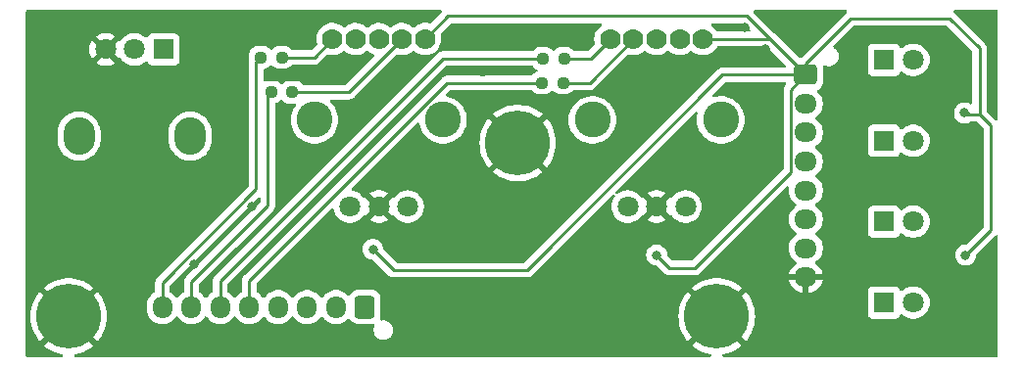
<source format=gbr>
%TF.GenerationSoftware,KiCad,Pcbnew,8.0.1-8.0.1-1~ubuntu22.04.1*%
%TF.CreationDate,2024-05-06T17:14:43+02:00*%
%TF.ProjectId,SecondaryBoard,5365636f-6e64-4617-9279-426f6172642e,rev?*%
%TF.SameCoordinates,Original*%
%TF.FileFunction,Copper,L1,Top*%
%TF.FilePolarity,Positive*%
%FSLAX46Y46*%
G04 Gerber Fmt 4.6, Leading zero omitted, Abs format (unit mm)*
G04 Created by KiCad (PCBNEW 8.0.1-8.0.1-1~ubuntu22.04.1) date 2024-05-06 17:14:43*
%MOMM*%
%LPD*%
G01*
G04 APERTURE LIST*
G04 Aperture macros list*
%AMRoundRect*
0 Rectangle with rounded corners*
0 $1 Rounding radius*
0 $2 $3 $4 $5 $6 $7 $8 $9 X,Y pos of 4 corners*
0 Add a 4 corners polygon primitive as box body*
4,1,4,$2,$3,$4,$5,$6,$7,$8,$9,$2,$3,0*
0 Add four circle primitives for the rounded corners*
1,1,$1+$1,$2,$3*
1,1,$1+$1,$4,$5*
1,1,$1+$1,$6,$7*
1,1,$1+$1,$8,$9*
0 Add four rect primitives between the rounded corners*
20,1,$1+$1,$2,$3,$4,$5,0*
20,1,$1+$1,$4,$5,$6,$7,0*
20,1,$1+$1,$6,$7,$8,$9,0*
20,1,$1+$1,$8,$9,$2,$3,0*%
G04 Aperture macros list end*
%TA.AperFunction,ComponentPad*%
%ADD10R,1.800000X1.800000*%
%TD*%
%TA.AperFunction,ComponentPad*%
%ADD11C,1.800000*%
%TD*%
%TA.AperFunction,ComponentPad*%
%ADD12C,1.778000*%
%TD*%
%TA.AperFunction,ComponentPad*%
%ADD13C,1.798320*%
%TD*%
%TA.AperFunction,ComponentPad*%
%ADD14C,3.114040*%
%TD*%
%TA.AperFunction,ComponentPad*%
%ADD15C,5.600000*%
%TD*%
%TA.AperFunction,SMDPad,CuDef*%
%ADD16RoundRect,0.237500X0.250000X0.237500X-0.250000X0.237500X-0.250000X-0.237500X0.250000X-0.237500X0*%
%TD*%
%TA.AperFunction,ComponentPad*%
%ADD17O,2.720000X3.240000*%
%TD*%
%TA.AperFunction,SMDPad,CuDef*%
%ADD18RoundRect,0.237500X-0.250000X-0.237500X0.250000X-0.237500X0.250000X0.237500X-0.250000X0.237500X0*%
%TD*%
%TA.AperFunction,ComponentPad*%
%ADD19RoundRect,0.250000X0.600000X0.725000X-0.600000X0.725000X-0.600000X-0.725000X0.600000X-0.725000X0*%
%TD*%
%TA.AperFunction,ComponentPad*%
%ADD20O,1.700000X1.950000*%
%TD*%
%TA.AperFunction,ComponentPad*%
%ADD21RoundRect,0.250000X-0.725000X0.600000X-0.725000X-0.600000X0.725000X-0.600000X0.725000X0.600000X0*%
%TD*%
%TA.AperFunction,ComponentPad*%
%ADD22O,1.950000X1.700000*%
%TD*%
%TA.AperFunction,ViaPad*%
%ADD23C,0.800000*%
%TD*%
%TA.AperFunction,ViaPad*%
%ADD24C,0.600000*%
%TD*%
%TA.AperFunction,Conductor*%
%ADD25C,0.250000*%
%TD*%
G04 APERTURE END LIST*
D10*
%TO.P,D4,1,K*%
%TO.N,band3*%
X214649900Y-44800000D03*
D11*
%TO.P,D4,2,A*%
%TO.N,Net-(D4-A)*%
X217189900Y-44800000D03*
%TD*%
D12*
%TO.P,S1,1*%
%TO.N,Net-(R9-Pad1)*%
X191002040Y-43002300D03*
%TO.P,S1,2*%
%TO.N,Net-(R10-Pad1)*%
X193001020Y-43002300D03*
%TO.P,S1,3*%
%TO.N,EQ_BAND_BTN*%
X195000000Y-43002300D03*
%TO.P,S1,4*%
%TO.N,unconnected-(S1-Pad4)*%
X196998980Y-43002300D03*
%TO.P,S1,5*%
%TO.N,+3.3V*%
X198997960Y-43002300D03*
D13*
%TO.P,S1,A*%
%TO.N,Net-(R1-Pad2)*%
X192500640Y-57498080D03*
%TO.P,S1,B*%
%TO.N,Net-(R4-Pad2)*%
X197499360Y-57498080D03*
%TO.P,S1,C*%
%TO.N,GND*%
X195000000Y-57498080D03*
D14*
%TO.P,S1,M1*%
%TO.N,N/C*%
X189450100Y-50000000D03*
%TO.P,S1,M2*%
X200549900Y-50000000D03*
%TD*%
D15*
%TO.P,H2,1,1*%
%TO.N,GND*%
X144200000Y-67000000D03*
%TD*%
D12*
%TO.P,S2,1*%
%TO.N,Net-(R12-Pad2)*%
X167002040Y-43002300D03*
%TO.P,S2,2*%
%TO.N,unconnected-(S2-Pad2)*%
X169001020Y-43002300D03*
%TO.P,S2,3*%
%TO.N,unconnected-(S2-Pad3)*%
X171000000Y-43002300D03*
%TO.P,S2,4*%
%TO.N,Net-(R11-Pad2)*%
X172998980Y-43002300D03*
%TO.P,S2,5*%
%TO.N,+3.3V*%
X174997960Y-43002300D03*
D13*
%TO.P,S2,A*%
%TO.N,Net-(R3-Pad2)*%
X168500640Y-57498080D03*
%TO.P,S2,B*%
%TO.N,Net-(R7-Pad2)*%
X173499360Y-57498080D03*
%TO.P,S2,C*%
%TO.N,GND*%
X171000000Y-57498080D03*
D14*
%TO.P,S2,M1*%
%TO.N,N/C*%
X165450100Y-50000000D03*
%TO.P,S2,M2*%
X176549900Y-50000000D03*
%TD*%
D10*
%TO.P,D1,1,K*%
%TO.N,band0*%
X214649900Y-65800000D03*
D11*
%TO.P,D1,2,A*%
%TO.N,Net-(D1-A)*%
X217189900Y-65800000D03*
%TD*%
D10*
%TO.P,D2,1,K*%
%TO.N,band1*%
X214649900Y-58800000D03*
D11*
%TO.P,D2,2,A*%
%TO.N,Net-(D2-A)*%
X217189900Y-58800000D03*
%TD*%
D16*
%TO.P,R9,1*%
%TO.N,Net-(R9-Pad1)*%
X187012500Y-44700000D03*
%TO.P,R9,2*%
%TO.N,TIM3_CH2*%
X185187500Y-44700000D03*
%TD*%
D10*
%TO.P,D3,1,K*%
%TO.N,band2*%
X214649900Y-51800000D03*
D11*
%TO.P,D3,2,A*%
%TO.N,Net-(D3-A)*%
X217189900Y-51800000D03*
%TD*%
D17*
%TO.P,RV1,*%
%TO.N,*%
X154700000Y-51400000D03*
X145100000Y-51400000D03*
D10*
%TO.P,RV1,1,1*%
%TO.N,+3.3V*%
X152400000Y-43900000D03*
D11*
%TO.P,RV1,2,2*%
%TO.N,Potar_volume*%
X149900000Y-43900000D03*
%TO.P,RV1,3,3*%
%TO.N,GND*%
X147400000Y-43900000D03*
%TD*%
D15*
%TO.P,H3,1,1*%
%TO.N,GND*%
X200200000Y-67000000D03*
%TD*%
D18*
%TO.P,R11,1*%
%TO.N,TIM3_CH3*%
X161687500Y-47600000D03*
%TO.P,R11,2*%
%TO.N,Net-(R11-Pad2)*%
X163512500Y-47600000D03*
%TD*%
D15*
%TO.P,H1,1,1*%
%TO.N,GND*%
X183000000Y-52000000D03*
%TD*%
D16*
%TO.P,R10,1*%
%TO.N,Net-(R10-Pad1)*%
X186912500Y-46800000D03*
%TO.P,R10,2*%
%TO.N,TIM3_CH1*%
X185087500Y-46800000D03*
%TD*%
D18*
%TO.P,R12,1*%
%TO.N,TIM3_CH4*%
X160787500Y-44600000D03*
%TO.P,R12,2*%
%TO.N,Net-(R12-Pad2)*%
X162612500Y-44600000D03*
%TD*%
D19*
%TO.P,J4,1,Pin_1*%
%TO.N,A Encodeur 1*%
X169800000Y-66200000D03*
D20*
%TO.P,J4,2,Pin_2*%
%TO.N,B Encodeur 1*%
X167300000Y-66200000D03*
%TO.P,J4,3,Pin_3*%
%TO.N,B Encodeur 2*%
X164800000Y-66200000D03*
%TO.P,J4,4,Pin_4*%
%TO.N,A Encodeur 2*%
X162300000Y-66200000D03*
%TO.P,J4,5,Pin_5*%
%TO.N,TIM3_CH1*%
X159800000Y-66200000D03*
%TO.P,J4,6,Pin_6*%
%TO.N,TIM3_CH2*%
X157300000Y-66200000D03*
%TO.P,J4,7,Pin_7*%
%TO.N,TIM3_CH3*%
X154800000Y-66200000D03*
%TO.P,J4,8,Pin_8*%
%TO.N,TIM3_CH4*%
X152300000Y-66200000D03*
%TD*%
D21*
%TO.P,J5,1,Pin_1*%
%TO.N,+3.3V*%
X207900000Y-46100000D03*
D22*
%TO.P,J5,2,Pin_2*%
%TO.N,Potar_volume*%
X207900000Y-48600000D03*
%TO.P,J5,3,Pin_3*%
%TO.N,EQ_BAND_BTN*%
X207900000Y-51100000D03*
%TO.P,J5,4,Pin_4*%
%TO.N,band3*%
X207900000Y-53600000D03*
%TO.P,J5,5,Pin_5*%
%TO.N,band2*%
X207900000Y-56100000D03*
%TO.P,J5,6,Pin_6*%
%TO.N,band1*%
X207900000Y-58600000D03*
%TO.P,J5,7,Pin_7*%
%TO.N,band0*%
X207900000Y-61100000D03*
%TO.P,J5,8,Pin_8*%
%TO.N,GND*%
X207900000Y-63600000D03*
%TD*%
D23*
%TO.N,GND*%
X222900000Y-41800000D03*
X202600000Y-42000000D03*
X204400000Y-43900000D03*
X176000000Y-60000000D03*
X166000000Y-62000000D03*
D24*
X207900000Y-41100000D03*
X199700000Y-45000000D03*
D23*
X155000000Y-42500000D03*
X202500000Y-52500000D03*
D24*
X183000000Y-65000000D03*
D23*
X192500000Y-52500000D03*
D24*
X180000000Y-46000000D03*
X193900000Y-45300000D03*
D23*
X212500000Y-47500000D03*
X197500000Y-52500000D03*
X212500000Y-52500000D03*
X171000000Y-47500000D03*
D24*
X199000000Y-59000000D03*
D23*
X177500000Y-52500000D03*
X187500000Y-52500000D03*
X160000000Y-57500000D03*
X215000000Y-62500000D03*
X155000000Y-62500000D03*
X212500000Y-42500000D03*
D24*
X167000000Y-46000000D03*
D23*
X155000000Y-57500000D03*
%TO.N,+3.3V*%
X221700000Y-61700000D03*
X221600000Y-49400000D03*
X195000000Y-61700000D03*
X170500000Y-61200000D03*
%TD*%
D25*
%TO.N,band1*%
X214449900Y-58600000D02*
X214649900Y-58800000D01*
%TO.N,TIM3_CH1*%
X159800000Y-63900000D02*
X159800000Y-66200000D01*
X176900000Y-46800000D02*
X159800000Y-63900000D01*
X185087500Y-46800000D02*
X176900000Y-46800000D01*
%TO.N,TIM3_CH2*%
X176500000Y-44700000D02*
X185187500Y-44700000D01*
X157300000Y-63900000D02*
X176500000Y-44700000D01*
X157300000Y-66200000D02*
X157300000Y-63900000D01*
%TO.N,TIM3_CH4*%
X152300000Y-64100000D02*
X152300000Y-66200000D01*
X160400000Y-56000000D02*
X152300000Y-64100000D01*
X160787500Y-44600000D02*
X160400000Y-44987500D01*
X160400000Y-44987500D02*
X160400000Y-56000000D01*
%TO.N,TIM3_CH3*%
X161687500Y-47600000D02*
X161400000Y-47887500D01*
X161400000Y-47887500D02*
X161400000Y-57400000D01*
X161400000Y-57400000D02*
X154800000Y-64000000D01*
X154800000Y-64000000D02*
X154800000Y-66200000D01*
%TO.N,+3.3V*%
X196100000Y-62800000D02*
X195000000Y-61700000D01*
X221900000Y-49400000D02*
X222000000Y-49500000D01*
X221700000Y-61700000D02*
X221800000Y-61800000D01*
X198300000Y-62800000D02*
X196100000Y-62800000D01*
X199000260Y-43000000D02*
X198997960Y-43002300D01*
X202800000Y-41000000D02*
X177000260Y-41000000D01*
X221700000Y-61700000D02*
X223900000Y-59500000D01*
X222900000Y-49500000D02*
X222900000Y-43800000D01*
X204800000Y-43000000D02*
X199000260Y-43000000D01*
X223900000Y-59500000D02*
X223900000Y-50500000D01*
X207900000Y-45100000D02*
X207900000Y-46100000D01*
X221600000Y-49400000D02*
X221900000Y-49400000D01*
X223900000Y-50500000D02*
X222900000Y-49500000D01*
X207900000Y-46100000D02*
X204800000Y-43000000D01*
X172300000Y-63000000D02*
X170500000Y-61200000D01*
X177000260Y-41000000D02*
X174997960Y-43002300D01*
X206600000Y-54500000D02*
X198300000Y-62800000D01*
X206600000Y-47400000D02*
X206600000Y-54500000D01*
X222900000Y-43800000D02*
X220300000Y-41200000D01*
X222000000Y-49500000D02*
X221700000Y-49500000D01*
X207900000Y-46100000D02*
X200700000Y-46100000D01*
X222900000Y-49500000D02*
X222000000Y-49500000D01*
X221700000Y-49500000D02*
X221600000Y-49400000D01*
X200700000Y-46100000D02*
X183800000Y-63000000D01*
X220300000Y-41200000D02*
X211800000Y-41200000D01*
X211800000Y-41200000D02*
X207900000Y-45100000D01*
X207900000Y-46100000D02*
X206600000Y-47400000D01*
X207900000Y-46100000D02*
X202800000Y-41000000D01*
X183800000Y-63000000D02*
X172300000Y-63000000D01*
%TO.N,Net-(R9-Pad1)*%
X187012500Y-44700000D02*
X189304340Y-44700000D01*
X189304340Y-44700000D02*
X191002040Y-43002300D01*
%TO.N,Net-(R10-Pad1)*%
X186912500Y-46800000D02*
X189203320Y-46800000D01*
X189203320Y-46800000D02*
X193001020Y-43002300D01*
%TO.N,Net-(R11-Pad2)*%
X163512500Y-47600000D02*
X168401280Y-47600000D01*
X168401280Y-47600000D02*
X172998980Y-43002300D01*
%TO.N,Net-(R12-Pad2)*%
X162612500Y-44600000D02*
X165404340Y-44600000D01*
X165404340Y-44600000D02*
X167002040Y-43002300D01*
%TD*%
%TA.AperFunction,Conductor*%
%TO.N,GND*%
G36*
X176382846Y-40520185D02*
G01*
X176428601Y-40572989D01*
X176438545Y-40642147D01*
X176409520Y-40705703D01*
X176403488Y-40712181D01*
X175487822Y-41627846D01*
X175426499Y-41661331D01*
X175359879Y-41657447D01*
X175340231Y-41650701D01*
X175145577Y-41618220D01*
X175113097Y-41612800D01*
X174882823Y-41612800D01*
X174837396Y-41620380D01*
X174655685Y-41650702D01*
X174437898Y-41725469D01*
X174437890Y-41725472D01*
X174235369Y-41835072D01*
X174074632Y-41960178D01*
X174009638Y-41985820D01*
X173941098Y-41972253D01*
X173922308Y-41960178D01*
X173777349Y-41847353D01*
X173761569Y-41835071D01*
X173559049Y-41725472D01*
X173559041Y-41725469D01*
X173341254Y-41650702D01*
X173170900Y-41622275D01*
X173114117Y-41612800D01*
X172883843Y-41612800D01*
X172838416Y-41620380D01*
X172656705Y-41650702D01*
X172438918Y-41725469D01*
X172438910Y-41725472D01*
X172236389Y-41835072D01*
X172075652Y-41960178D01*
X172010658Y-41985820D01*
X171942118Y-41972253D01*
X171923328Y-41960178D01*
X171778369Y-41847353D01*
X171762589Y-41835071D01*
X171560069Y-41725472D01*
X171560061Y-41725469D01*
X171342274Y-41650702D01*
X171171920Y-41622275D01*
X171115137Y-41612800D01*
X170884863Y-41612800D01*
X170839436Y-41620380D01*
X170657725Y-41650702D01*
X170439938Y-41725469D01*
X170439930Y-41725472D01*
X170237409Y-41835072D01*
X170076672Y-41960178D01*
X170011678Y-41985820D01*
X169943138Y-41972253D01*
X169924348Y-41960178D01*
X169779389Y-41847353D01*
X169763609Y-41835071D01*
X169561089Y-41725472D01*
X169561081Y-41725469D01*
X169343294Y-41650702D01*
X169172940Y-41622275D01*
X169116157Y-41612800D01*
X168885883Y-41612800D01*
X168840456Y-41620380D01*
X168658745Y-41650702D01*
X168440958Y-41725469D01*
X168440950Y-41725472D01*
X168238429Y-41835072D01*
X168077692Y-41960178D01*
X168012698Y-41985820D01*
X167944158Y-41972253D01*
X167925368Y-41960178D01*
X167780409Y-41847353D01*
X167764629Y-41835071D01*
X167562109Y-41725472D01*
X167562101Y-41725469D01*
X167344314Y-41650702D01*
X167173960Y-41622275D01*
X167117177Y-41612800D01*
X166886903Y-41612800D01*
X166841476Y-41620380D01*
X166659765Y-41650702D01*
X166441978Y-41725469D01*
X166441970Y-41725472D01*
X166239448Y-41835072D01*
X166057734Y-41976506D01*
X166057729Y-41976511D01*
X165901768Y-42145929D01*
X165775822Y-42338705D01*
X165683322Y-42549585D01*
X165626793Y-42772815D01*
X165607778Y-43002294D01*
X165607778Y-43002305D01*
X165626793Y-43231784D01*
X165662270Y-43371882D01*
X165659644Y-43441703D01*
X165629745Y-43490003D01*
X165181569Y-43938181D01*
X165120246Y-43971666D01*
X165093888Y-43974500D01*
X163559481Y-43974500D01*
X163492442Y-43954815D01*
X163453942Y-43915596D01*
X163452908Y-43913920D01*
X163445340Y-43901650D01*
X163323350Y-43779660D01*
X163176516Y-43689092D01*
X163012753Y-43634826D01*
X163012751Y-43634825D01*
X162911678Y-43624500D01*
X162313330Y-43624500D01*
X162313312Y-43624501D01*
X162212247Y-43634825D01*
X162048484Y-43689092D01*
X162048481Y-43689093D01*
X161901648Y-43779661D01*
X161787681Y-43893629D01*
X161726358Y-43927114D01*
X161656666Y-43922130D01*
X161612319Y-43893629D01*
X161498351Y-43779661D01*
X161498350Y-43779660D01*
X161351516Y-43689092D01*
X161187753Y-43634826D01*
X161187751Y-43634825D01*
X161086678Y-43624500D01*
X160488330Y-43624500D01*
X160488312Y-43624501D01*
X160387247Y-43634825D01*
X160223484Y-43689092D01*
X160223481Y-43689093D01*
X160076648Y-43779661D01*
X159954661Y-43901648D01*
X159864093Y-44048481D01*
X159864091Y-44048486D01*
X159848252Y-44096285D01*
X159809826Y-44212247D01*
X159809826Y-44212248D01*
X159809825Y-44212248D01*
X159799500Y-44313315D01*
X159799500Y-44787993D01*
X159797118Y-44812181D01*
X159777043Y-44913112D01*
X159774500Y-44925895D01*
X159774500Y-55689547D01*
X159754815Y-55756586D01*
X159738181Y-55777228D01*
X151814141Y-63701267D01*
X151814138Y-63701271D01*
X151803267Y-63717543D01*
X151803263Y-63717549D01*
X151758721Y-63784209D01*
X151745684Y-63803720D01*
X151712347Y-63884207D01*
X151706823Y-63897543D01*
X151698537Y-63917545D01*
X151698535Y-63917553D01*
X151674500Y-64038389D01*
X151674500Y-64802019D01*
X151654815Y-64869058D01*
X151606797Y-64912503D01*
X151592180Y-64919950D01*
X151420213Y-65044890D01*
X151269890Y-65195213D01*
X151144951Y-65367179D01*
X151048444Y-65556585D01*
X151048443Y-65556587D01*
X151048443Y-65556588D01*
X151044509Y-65568695D01*
X150982753Y-65758760D01*
X150953294Y-65944760D01*
X150949500Y-65968713D01*
X150949500Y-66431287D01*
X150982754Y-66641243D01*
X151045358Y-66833918D01*
X151048444Y-66843414D01*
X151144951Y-67032820D01*
X151269890Y-67204786D01*
X151420213Y-67355109D01*
X151592179Y-67480048D01*
X151592181Y-67480049D01*
X151592184Y-67480051D01*
X151781588Y-67576557D01*
X151983757Y-67642246D01*
X152193713Y-67675500D01*
X152193714Y-67675500D01*
X152406286Y-67675500D01*
X152406287Y-67675500D01*
X152616243Y-67642246D01*
X152818412Y-67576557D01*
X153007816Y-67480051D01*
X153054275Y-67446297D01*
X153179786Y-67355109D01*
X153179788Y-67355106D01*
X153179792Y-67355104D01*
X153330104Y-67204792D01*
X153449683Y-67040204D01*
X153505011Y-66997540D01*
X153574624Y-66991561D01*
X153636420Y-67024166D01*
X153650313Y-67040199D01*
X153684271Y-67086938D01*
X153769896Y-67204792D01*
X153920213Y-67355109D01*
X154092179Y-67480048D01*
X154092181Y-67480049D01*
X154092184Y-67480051D01*
X154281588Y-67576557D01*
X154483757Y-67642246D01*
X154693713Y-67675500D01*
X154693714Y-67675500D01*
X154906286Y-67675500D01*
X154906287Y-67675500D01*
X155116243Y-67642246D01*
X155318412Y-67576557D01*
X155507816Y-67480051D01*
X155554275Y-67446297D01*
X155679786Y-67355109D01*
X155679788Y-67355106D01*
X155679792Y-67355104D01*
X155830104Y-67204792D01*
X155949683Y-67040204D01*
X156005011Y-66997540D01*
X156074624Y-66991561D01*
X156136420Y-67024166D01*
X156150313Y-67040199D01*
X156184271Y-67086938D01*
X156269896Y-67204792D01*
X156420213Y-67355109D01*
X156592179Y-67480048D01*
X156592181Y-67480049D01*
X156592184Y-67480051D01*
X156781588Y-67576557D01*
X156983757Y-67642246D01*
X157193713Y-67675500D01*
X157193714Y-67675500D01*
X157406286Y-67675500D01*
X157406287Y-67675500D01*
X157616243Y-67642246D01*
X157818412Y-67576557D01*
X158007816Y-67480051D01*
X158054275Y-67446297D01*
X158179786Y-67355109D01*
X158179788Y-67355106D01*
X158179792Y-67355104D01*
X158330104Y-67204792D01*
X158449683Y-67040204D01*
X158505011Y-66997540D01*
X158574624Y-66991561D01*
X158636420Y-67024166D01*
X158650313Y-67040199D01*
X158684271Y-67086938D01*
X158769896Y-67204792D01*
X158920213Y-67355109D01*
X159092179Y-67480048D01*
X159092181Y-67480049D01*
X159092184Y-67480051D01*
X159281588Y-67576557D01*
X159483757Y-67642246D01*
X159693713Y-67675500D01*
X159693714Y-67675500D01*
X159906286Y-67675500D01*
X159906287Y-67675500D01*
X160116243Y-67642246D01*
X160318412Y-67576557D01*
X160507816Y-67480051D01*
X160554275Y-67446297D01*
X160679786Y-67355109D01*
X160679788Y-67355106D01*
X160679792Y-67355104D01*
X160830104Y-67204792D01*
X160949683Y-67040204D01*
X161005011Y-66997540D01*
X161074624Y-66991561D01*
X161136420Y-67024166D01*
X161150313Y-67040199D01*
X161184271Y-67086938D01*
X161269896Y-67204792D01*
X161420213Y-67355109D01*
X161592179Y-67480048D01*
X161592181Y-67480049D01*
X161592184Y-67480051D01*
X161781588Y-67576557D01*
X161983757Y-67642246D01*
X162193713Y-67675500D01*
X162193714Y-67675500D01*
X162406286Y-67675500D01*
X162406287Y-67675500D01*
X162616243Y-67642246D01*
X162818412Y-67576557D01*
X163007816Y-67480051D01*
X163054275Y-67446297D01*
X163179786Y-67355109D01*
X163179788Y-67355106D01*
X163179792Y-67355104D01*
X163330104Y-67204792D01*
X163449683Y-67040204D01*
X163505011Y-66997540D01*
X163574624Y-66991561D01*
X163636420Y-67024166D01*
X163650313Y-67040199D01*
X163684271Y-67086938D01*
X163769896Y-67204792D01*
X163920213Y-67355109D01*
X164092179Y-67480048D01*
X164092181Y-67480049D01*
X164092184Y-67480051D01*
X164281588Y-67576557D01*
X164483757Y-67642246D01*
X164693713Y-67675500D01*
X164693714Y-67675500D01*
X164906286Y-67675500D01*
X164906287Y-67675500D01*
X165116243Y-67642246D01*
X165318412Y-67576557D01*
X165507816Y-67480051D01*
X165554275Y-67446297D01*
X165679786Y-67355109D01*
X165679788Y-67355106D01*
X165679792Y-67355104D01*
X165830104Y-67204792D01*
X165949683Y-67040204D01*
X166005011Y-66997540D01*
X166074624Y-66991561D01*
X166136420Y-67024166D01*
X166150313Y-67040199D01*
X166184271Y-67086938D01*
X166269896Y-67204792D01*
X166420213Y-67355109D01*
X166592179Y-67480048D01*
X166592181Y-67480049D01*
X166592184Y-67480051D01*
X166781588Y-67576557D01*
X166983757Y-67642246D01*
X167193713Y-67675500D01*
X167193714Y-67675500D01*
X167406286Y-67675500D01*
X167406287Y-67675500D01*
X167616243Y-67642246D01*
X167818412Y-67576557D01*
X168007816Y-67480051D01*
X168179792Y-67355104D01*
X168318604Y-67216291D01*
X168379923Y-67182809D01*
X168449615Y-67187793D01*
X168505549Y-67229664D01*
X168511821Y-67238878D01*
X168515185Y-67244333D01*
X168515186Y-67244334D01*
X168607288Y-67393656D01*
X168731344Y-67517712D01*
X168880666Y-67609814D01*
X169047203Y-67664999D01*
X169149991Y-67675500D01*
X170450008Y-67675499D01*
X170500920Y-67670298D01*
X170569612Y-67683067D01*
X170620496Y-67730948D01*
X170637417Y-67798738D01*
X170628082Y-67841108D01*
X170582185Y-67951913D01*
X170582182Y-67951925D01*
X170549500Y-68116228D01*
X170549500Y-68283771D01*
X170582182Y-68448074D01*
X170582184Y-68448082D01*
X170646295Y-68602860D01*
X170739373Y-68742162D01*
X170857837Y-68860626D01*
X170950494Y-68922537D01*
X170997137Y-68953703D01*
X171151918Y-69017816D01*
X171316228Y-69050499D01*
X171316232Y-69050500D01*
X171316233Y-69050500D01*
X171483768Y-69050500D01*
X171483769Y-69050499D01*
X171648082Y-69017816D01*
X171802863Y-68953703D01*
X171942162Y-68860626D01*
X172060626Y-68742162D01*
X172153703Y-68602863D01*
X172217816Y-68448082D01*
X172250500Y-68283767D01*
X172250500Y-68116233D01*
X172217816Y-67951918D01*
X172153703Y-67797137D01*
X172077484Y-67683067D01*
X172060626Y-67657837D01*
X171942162Y-67539373D01*
X171802860Y-67446295D01*
X171648082Y-67382184D01*
X171648074Y-67382182D01*
X171483771Y-67349500D01*
X171483767Y-67349500D01*
X171316233Y-67349500D01*
X171297840Y-67353158D01*
X171240065Y-67364650D01*
X171170473Y-67358421D01*
X171115296Y-67315558D01*
X171092053Y-67249667D01*
X171098168Y-67204034D01*
X171139999Y-67077797D01*
X171150500Y-66975009D01*
X171150499Y-65424992D01*
X171139999Y-65322203D01*
X171084814Y-65155666D01*
X170992712Y-65006344D01*
X170868656Y-64882288D01*
X170749913Y-64809047D01*
X170719336Y-64790187D01*
X170719331Y-64790185D01*
X170717862Y-64789698D01*
X170552797Y-64735001D01*
X170552795Y-64735000D01*
X170450010Y-64724500D01*
X169149998Y-64724500D01*
X169149981Y-64724501D01*
X169047203Y-64735000D01*
X169047200Y-64735001D01*
X168880668Y-64790185D01*
X168880663Y-64790187D01*
X168731342Y-64882289D01*
X168607289Y-65006342D01*
X168511821Y-65161121D01*
X168459873Y-65207845D01*
X168390910Y-65219068D01*
X168326828Y-65191224D01*
X168318601Y-65183705D01*
X168179786Y-65044890D01*
X168007820Y-64919951D01*
X167818414Y-64823444D01*
X167818413Y-64823443D01*
X167818412Y-64823443D01*
X167616243Y-64757754D01*
X167616241Y-64757753D01*
X167616240Y-64757753D01*
X167454957Y-64732208D01*
X167406287Y-64724500D01*
X167193713Y-64724500D01*
X167145042Y-64732208D01*
X166983760Y-64757753D01*
X166781585Y-64823444D01*
X166592179Y-64919951D01*
X166420213Y-65044890D01*
X166269894Y-65195209D01*
X166269890Y-65195214D01*
X166150318Y-65359793D01*
X166094989Y-65402459D01*
X166025375Y-65408438D01*
X165963580Y-65375833D01*
X165949682Y-65359793D01*
X165830109Y-65195214D01*
X165830105Y-65195209D01*
X165679786Y-65044890D01*
X165507820Y-64919951D01*
X165318414Y-64823444D01*
X165318413Y-64823443D01*
X165318412Y-64823443D01*
X165116243Y-64757754D01*
X165116241Y-64757753D01*
X165116240Y-64757753D01*
X164954957Y-64732208D01*
X164906287Y-64724500D01*
X164693713Y-64724500D01*
X164645042Y-64732208D01*
X164483760Y-64757753D01*
X164281585Y-64823444D01*
X164092179Y-64919951D01*
X163920213Y-65044890D01*
X163769894Y-65195209D01*
X163769890Y-65195214D01*
X163650318Y-65359793D01*
X163594989Y-65402459D01*
X163525375Y-65408438D01*
X163463580Y-65375833D01*
X163449682Y-65359793D01*
X163330109Y-65195214D01*
X163330105Y-65195209D01*
X163179786Y-65044890D01*
X163007820Y-64919951D01*
X162818414Y-64823444D01*
X162818413Y-64823443D01*
X162818412Y-64823443D01*
X162616243Y-64757754D01*
X162616241Y-64757753D01*
X162616240Y-64757753D01*
X162454957Y-64732208D01*
X162406287Y-64724500D01*
X162193713Y-64724500D01*
X162145042Y-64732208D01*
X161983760Y-64757753D01*
X161781585Y-64823444D01*
X161592179Y-64919951D01*
X161420213Y-65044890D01*
X161269894Y-65195209D01*
X161269890Y-65195214D01*
X161150318Y-65359793D01*
X161094989Y-65402459D01*
X161025375Y-65408438D01*
X160963580Y-65375833D01*
X160949682Y-65359793D01*
X160830109Y-65195214D01*
X160830105Y-65195209D01*
X160679786Y-65044890D01*
X160507819Y-64919950D01*
X160493203Y-64912503D01*
X160442408Y-64864527D01*
X160425500Y-64802019D01*
X160425500Y-64210451D01*
X160445185Y-64143412D01*
X160461814Y-64122775D01*
X166908490Y-57676098D01*
X166969811Y-57642615D01*
X167039503Y-57647599D01*
X167095436Y-57689471D01*
X167116375Y-57733341D01*
X167172280Y-57954106D01*
X167228197Y-58081585D01*
X167265457Y-58166528D01*
X167318679Y-58247990D01*
X167381209Y-58343700D01*
X167392326Y-58360715D01*
X167549427Y-58531373D01*
X167597379Y-58568695D01*
X167732466Y-58673838D01*
X167732472Y-58673842D01*
X167732475Y-58673844D01*
X167936476Y-58784244D01*
X168050397Y-58823353D01*
X168155862Y-58859560D01*
X168155864Y-58859560D01*
X168155866Y-58859561D01*
X168384661Y-58897740D01*
X168384662Y-58897740D01*
X168616618Y-58897740D01*
X168616619Y-58897740D01*
X168845414Y-58859561D01*
X168846836Y-58859073D01*
X168853867Y-58856658D01*
X169064804Y-58784244D01*
X169268805Y-58673844D01*
X169451853Y-58531373D01*
X169608954Y-58360715D01*
X169646810Y-58302771D01*
X169699956Y-58257415D01*
X169769187Y-58247991D01*
X169832523Y-58277493D01*
X169847624Y-58294920D01*
X169849419Y-58295106D01*
X170476285Y-57668239D01*
X170487566Y-57710337D01*
X170559963Y-57835733D01*
X170662347Y-57938117D01*
X170787743Y-58010514D01*
X170829838Y-58021793D01*
X170201799Y-58649832D01*
X170201800Y-58649833D01*
X170232107Y-58673422D01*
X170436036Y-58783784D01*
X170436041Y-58783786D01*
X170655346Y-58859073D01*
X170884063Y-58897240D01*
X171115937Y-58897240D01*
X171344653Y-58859073D01*
X171563958Y-58783786D01*
X171563963Y-58783784D01*
X171767893Y-58673422D01*
X171767896Y-58673420D01*
X171798198Y-58649833D01*
X171798199Y-58649831D01*
X171170161Y-58021793D01*
X171212257Y-58010514D01*
X171337653Y-57938117D01*
X171440037Y-57835733D01*
X171512434Y-57710337D01*
X171523713Y-57668240D01*
X172150579Y-58295106D01*
X172155101Y-58294637D01*
X172198717Y-58257414D01*
X172267948Y-58247990D01*
X172331284Y-58277491D01*
X172353189Y-58302771D01*
X172391041Y-58360709D01*
X172391043Y-58360711D01*
X172391046Y-58360715D01*
X172548147Y-58531373D01*
X172596099Y-58568695D01*
X172731186Y-58673838D01*
X172731192Y-58673842D01*
X172731195Y-58673844D01*
X172935196Y-58784244D01*
X173049117Y-58823353D01*
X173154582Y-58859560D01*
X173154584Y-58859560D01*
X173154586Y-58859561D01*
X173383381Y-58897740D01*
X173383382Y-58897740D01*
X173615338Y-58897740D01*
X173615339Y-58897740D01*
X173844134Y-58859561D01*
X173845556Y-58859073D01*
X173852587Y-58856658D01*
X174063524Y-58784244D01*
X174267525Y-58673844D01*
X174450573Y-58531373D01*
X174607674Y-58360715D01*
X174734543Y-58166528D01*
X174827720Y-57954106D01*
X174884662Y-57729246D01*
X174896826Y-57582451D01*
X174903817Y-57498085D01*
X174903817Y-57498074D01*
X174890584Y-57338387D01*
X174884662Y-57266914D01*
X174827720Y-57042054D01*
X174734543Y-56829632D01*
X174607674Y-56635445D01*
X174450573Y-56464787D01*
X174394413Y-56421076D01*
X174267533Y-56322321D01*
X174267527Y-56322317D01*
X174063525Y-56211916D01*
X174063516Y-56211913D01*
X173844137Y-56136599D01*
X173672537Y-56107964D01*
X173615339Y-56098420D01*
X173383381Y-56098420D01*
X173337622Y-56106055D01*
X173154582Y-56136599D01*
X172935203Y-56211913D01*
X172935194Y-56211916D01*
X172731192Y-56322317D01*
X172731186Y-56322321D01*
X172548154Y-56464781D01*
X172548149Y-56464785D01*
X172548147Y-56464787D01*
X172391046Y-56635445D01*
X172391044Y-56635447D01*
X172391042Y-56635450D01*
X172353188Y-56693389D01*
X172300041Y-56738745D01*
X172230809Y-56748168D01*
X172167474Y-56718665D01*
X172152374Y-56701238D01*
X172150579Y-56701052D01*
X171523713Y-57327918D01*
X171512434Y-57285823D01*
X171440037Y-57160427D01*
X171337653Y-57058043D01*
X171212257Y-56985646D01*
X171170160Y-56974366D01*
X171798198Y-56346326D01*
X171798198Y-56346325D01*
X171767892Y-56322737D01*
X171563963Y-56212375D01*
X171563958Y-56212373D01*
X171344653Y-56137086D01*
X171115937Y-56098920D01*
X170884063Y-56098920D01*
X170655346Y-56137086D01*
X170436041Y-56212373D01*
X170436036Y-56212375D01*
X170232111Y-56322735D01*
X170201800Y-56346326D01*
X170829839Y-56974365D01*
X170787743Y-56985646D01*
X170662347Y-57058043D01*
X170559963Y-57160427D01*
X170487566Y-57285823D01*
X170476286Y-57327919D01*
X169849419Y-56701052D01*
X169844895Y-56701521D01*
X169801279Y-56738744D01*
X169732047Y-56748167D01*
X169668712Y-56718664D01*
X169646809Y-56693386D01*
X169608958Y-56635450D01*
X169608955Y-56635447D01*
X169608954Y-56635445D01*
X169451853Y-56464787D01*
X169395693Y-56421076D01*
X169268813Y-56322321D01*
X169268807Y-56322317D01*
X169064805Y-56211916D01*
X169064796Y-56211913D01*
X168845417Y-56136599D01*
X168759003Y-56122179D01*
X168742434Y-56119414D01*
X168679550Y-56088965D01*
X168643111Y-56029350D01*
X168644686Y-55959498D01*
X168675162Y-55909427D01*
X174309485Y-50275103D01*
X174370806Y-50241620D01*
X174440498Y-50246604D01*
X174496431Y-50288476D01*
X174518570Y-50337557D01*
X174564045Y-50556397D01*
X174564046Y-50556400D01*
X174564048Y-50556407D01*
X174564049Y-50556409D01*
X174658309Y-50821634D01*
X174658310Y-50821637D01*
X174658311Y-50821638D01*
X174674109Y-50852127D01*
X174787807Y-51071553D01*
X174950129Y-51301510D01*
X174950133Y-51301514D01*
X174950133Y-51301515D01*
X175142255Y-51507226D01*
X175217806Y-51568691D01*
X175360596Y-51684860D01*
X175360598Y-51684861D01*
X175360599Y-51684862D01*
X175601096Y-51831112D01*
X175601101Y-51831114D01*
X175859263Y-51943249D01*
X175859268Y-51943251D01*
X176130307Y-52019193D01*
X176375465Y-52052888D01*
X176409161Y-52057520D01*
X176409162Y-52057520D01*
X176690639Y-52057520D01*
X176720701Y-52053387D01*
X176969493Y-52019193D01*
X177037986Y-52000002D01*
X179695153Y-52000002D01*
X179714526Y-52357314D01*
X179714527Y-52357331D01*
X179772415Y-52710431D01*
X179772421Y-52710457D01*
X179868147Y-53055232D01*
X179868149Y-53055239D01*
X180000597Y-53387659D01*
X180000606Y-53387677D01*
X180168218Y-53703827D01*
X180369024Y-53999994D01*
X180369035Y-54000008D01*
X180496441Y-54150002D01*
X180496442Y-54150002D01*
X181705747Y-52940697D01*
X181779588Y-53042330D01*
X181957670Y-53220412D01*
X182059300Y-53294251D01*
X180847257Y-54506294D01*
X180860495Y-54518836D01*
X181145367Y-54735388D01*
X181145370Y-54735390D01*
X181451990Y-54919876D01*
X181776739Y-55070122D01*
X181776744Y-55070123D01*
X182115855Y-55184383D01*
X182465339Y-55261311D01*
X182821075Y-55299999D01*
X182821085Y-55300000D01*
X183178915Y-55300000D01*
X183178924Y-55299999D01*
X183534660Y-55261311D01*
X183884144Y-55184383D01*
X184223255Y-55070123D01*
X184223260Y-55070122D01*
X184548009Y-54919876D01*
X184854629Y-54735390D01*
X184854632Y-54735388D01*
X185139509Y-54518831D01*
X185152742Y-54506295D01*
X185152742Y-54506294D01*
X183940699Y-53294251D01*
X184042330Y-53220412D01*
X184220412Y-53042330D01*
X184294251Y-52940698D01*
X185503556Y-54150002D01*
X185630972Y-53999998D01*
X185630975Y-53999994D01*
X185831781Y-53703827D01*
X185999393Y-53387677D01*
X185999402Y-53387659D01*
X186131850Y-53055239D01*
X186131852Y-53055232D01*
X186227578Y-52710457D01*
X186227584Y-52710431D01*
X186285472Y-52357331D01*
X186285473Y-52357314D01*
X186304847Y-52000002D01*
X186304847Y-51999997D01*
X186285473Y-51642685D01*
X186285472Y-51642668D01*
X186227584Y-51289568D01*
X186227578Y-51289542D01*
X186131852Y-50944767D01*
X186131850Y-50944760D01*
X185999402Y-50612340D01*
X185999393Y-50612322D01*
X185831781Y-50296172D01*
X185630975Y-50000005D01*
X185630971Y-50000000D01*
X187387772Y-50000000D01*
X187406980Y-50280820D01*
X187406981Y-50280822D01*
X187464245Y-50556394D01*
X187464246Y-50556400D01*
X187464248Y-50556407D01*
X187464249Y-50556409D01*
X187558509Y-50821634D01*
X187558510Y-50821637D01*
X187558511Y-50821638D01*
X187574309Y-50852127D01*
X187688007Y-51071553D01*
X187850329Y-51301510D01*
X187850333Y-51301514D01*
X187850333Y-51301515D01*
X188042455Y-51507226D01*
X188118006Y-51568691D01*
X188260796Y-51684860D01*
X188260798Y-51684861D01*
X188260799Y-51684862D01*
X188501296Y-51831112D01*
X188501301Y-51831114D01*
X188759463Y-51943249D01*
X188759468Y-51943251D01*
X189030507Y-52019193D01*
X189275665Y-52052888D01*
X189309361Y-52057520D01*
X189309362Y-52057520D01*
X189590839Y-52057520D01*
X189620901Y-52053387D01*
X189869693Y-52019193D01*
X190140732Y-51943251D01*
X190398905Y-51831111D01*
X190639404Y-51684860D01*
X190857748Y-51507223D01*
X191049871Y-51301510D01*
X191212193Y-51071553D01*
X191341691Y-50821634D01*
X191435951Y-50556409D01*
X191493219Y-50280820D01*
X191512428Y-50000000D01*
X191493219Y-49719180D01*
X191435951Y-49443591D01*
X191341691Y-49178366D01*
X191212193Y-48928447D01*
X191049871Y-48698490D01*
X191049866Y-48698484D01*
X190900782Y-48538855D01*
X190857748Y-48492777D01*
X190857746Y-48492776D01*
X190857744Y-48492773D01*
X190639400Y-48315137D01*
X190398903Y-48168887D01*
X190398898Y-48168885D01*
X190140736Y-48056750D01*
X189869698Y-47980808D01*
X189869694Y-47980807D01*
X189869693Y-47980807D01*
X189730265Y-47961643D01*
X189590839Y-47942480D01*
X189590838Y-47942480D01*
X189309362Y-47942480D01*
X189309361Y-47942480D01*
X189030507Y-47980807D01*
X189030501Y-47980808D01*
X188759463Y-48056750D01*
X188501301Y-48168885D01*
X188501296Y-48168887D01*
X188260799Y-48315137D01*
X188042455Y-48492773D01*
X187850333Y-48698484D01*
X187850333Y-48698485D01*
X187850330Y-48698487D01*
X187850329Y-48698490D01*
X187821954Y-48738688D01*
X187688007Y-48928446D01*
X187558511Y-49178361D01*
X187558509Y-49178364D01*
X187558509Y-49178366D01*
X187527859Y-49264609D01*
X187464246Y-49443599D01*
X187464245Y-49443605D01*
X187406981Y-49719177D01*
X187406980Y-49719179D01*
X187387772Y-50000000D01*
X185630971Y-50000000D01*
X185630964Y-49999991D01*
X185503556Y-49849996D01*
X184294251Y-51059301D01*
X184220412Y-50957670D01*
X184042330Y-50779588D01*
X183940698Y-50705748D01*
X185152742Y-49493704D01*
X185139504Y-49481163D01*
X184854632Y-49264611D01*
X184854629Y-49264609D01*
X184548009Y-49080123D01*
X184223260Y-48929877D01*
X184223255Y-48929876D01*
X183884144Y-48815616D01*
X183534660Y-48738688D01*
X183178924Y-48700000D01*
X182821075Y-48700000D01*
X182465339Y-48738688D01*
X182115855Y-48815616D01*
X181776744Y-48929876D01*
X181776739Y-48929877D01*
X181451990Y-49080123D01*
X181145370Y-49264609D01*
X181145367Y-49264611D01*
X180860486Y-49481170D01*
X180860485Y-49481171D01*
X180847257Y-49493702D01*
X180847256Y-49493703D01*
X182059301Y-50705748D01*
X181957670Y-50779588D01*
X181779588Y-50957670D01*
X181705748Y-51059301D01*
X180496442Y-49849995D01*
X180496441Y-49849996D01*
X180369033Y-49999992D01*
X180168218Y-50296172D01*
X180000606Y-50612322D01*
X180000597Y-50612340D01*
X179868149Y-50944760D01*
X179868147Y-50944767D01*
X179772421Y-51289542D01*
X179772415Y-51289568D01*
X179714527Y-51642668D01*
X179714526Y-51642685D01*
X179695153Y-51999997D01*
X179695153Y-52000002D01*
X177037986Y-52000002D01*
X177240532Y-51943251D01*
X177498705Y-51831111D01*
X177739204Y-51684860D01*
X177957548Y-51507223D01*
X178149671Y-51301510D01*
X178311993Y-51071553D01*
X178441491Y-50821634D01*
X178535751Y-50556409D01*
X178593019Y-50280820D01*
X178612228Y-50000000D01*
X178593019Y-49719180D01*
X178535751Y-49443591D01*
X178441491Y-49178366D01*
X178311993Y-48928447D01*
X178149671Y-48698490D01*
X178149666Y-48698484D01*
X178000582Y-48538855D01*
X177957548Y-48492777D01*
X177957546Y-48492776D01*
X177957544Y-48492773D01*
X177739200Y-48315137D01*
X177498703Y-48168887D01*
X177498698Y-48168885D01*
X177240536Y-48056750D01*
X176969498Y-47980808D01*
X176969490Y-47980806D01*
X176908056Y-47972362D01*
X176895301Y-47970609D01*
X176831567Y-47941980D01*
X176793428Y-47883438D01*
X176792994Y-47813570D01*
X176824503Y-47760086D01*
X177122771Y-47461819D01*
X177184094Y-47428334D01*
X177210452Y-47425500D01*
X184140519Y-47425500D01*
X184207558Y-47445185D01*
X184246058Y-47484404D01*
X184254660Y-47498350D01*
X184376650Y-47620340D01*
X184523484Y-47710908D01*
X184687247Y-47765174D01*
X184788323Y-47775500D01*
X185386676Y-47775499D01*
X185386684Y-47775498D01*
X185386687Y-47775498D01*
X185442030Y-47769844D01*
X185487753Y-47765174D01*
X185651516Y-47710908D01*
X185798350Y-47620340D01*
X185912319Y-47506371D01*
X185973642Y-47472886D01*
X186043334Y-47477870D01*
X186087681Y-47506371D01*
X186201650Y-47620340D01*
X186348484Y-47710908D01*
X186512247Y-47765174D01*
X186613323Y-47775500D01*
X187211676Y-47775499D01*
X187211684Y-47775498D01*
X187211687Y-47775498D01*
X187267030Y-47769844D01*
X187312753Y-47765174D01*
X187476516Y-47710908D01*
X187623350Y-47620340D01*
X187745340Y-47498350D01*
X187753942Y-47484404D01*
X187805890Y-47437679D01*
X187859481Y-47425500D01*
X189264927Y-47425500D01*
X189325349Y-47413481D01*
X189385772Y-47401463D01*
X189425966Y-47384814D01*
X189499606Y-47354312D01*
X189560947Y-47313324D01*
X189602053Y-47285858D01*
X189689178Y-47198733D01*
X189689180Y-47198730D01*
X189696245Y-47191665D01*
X189696248Y-47191661D01*
X192511158Y-44376750D01*
X192572479Y-44343267D01*
X192639101Y-44347152D01*
X192658749Y-44353898D01*
X192885883Y-44391800D01*
X192885884Y-44391800D01*
X193116156Y-44391800D01*
X193116157Y-44391800D01*
X193343291Y-44353898D01*
X193561089Y-44279128D01*
X193763609Y-44169529D01*
X193794239Y-44145689D01*
X193924348Y-44044422D01*
X193989342Y-44018779D01*
X194057882Y-44032346D01*
X194076672Y-44044422D01*
X194237402Y-44169523D01*
X194237408Y-44169527D01*
X194237411Y-44169529D01*
X194439931Y-44279128D01*
X194501018Y-44300099D01*
X194657725Y-44353897D01*
X194657727Y-44353897D01*
X194657729Y-44353898D01*
X194884863Y-44391800D01*
X194884864Y-44391800D01*
X195115136Y-44391800D01*
X195115137Y-44391800D01*
X195342271Y-44353898D01*
X195560069Y-44279128D01*
X195762589Y-44169529D01*
X195793219Y-44145689D01*
X195923328Y-44044422D01*
X195988322Y-44018779D01*
X196056862Y-44032346D01*
X196075652Y-44044422D01*
X196236382Y-44169523D01*
X196236388Y-44169527D01*
X196236391Y-44169529D01*
X196438911Y-44279128D01*
X196499998Y-44300099D01*
X196656705Y-44353897D01*
X196656707Y-44353897D01*
X196656709Y-44353898D01*
X196883843Y-44391800D01*
X196883844Y-44391800D01*
X197114116Y-44391800D01*
X197114117Y-44391800D01*
X197341251Y-44353898D01*
X197559049Y-44279128D01*
X197761569Y-44169529D01*
X197792199Y-44145689D01*
X197922308Y-44044422D01*
X197987302Y-44018779D01*
X198055842Y-44032346D01*
X198074632Y-44044422D01*
X198235362Y-44169523D01*
X198235368Y-44169527D01*
X198235371Y-44169529D01*
X198437891Y-44279128D01*
X198498978Y-44300099D01*
X198655685Y-44353897D01*
X198655687Y-44353897D01*
X198655689Y-44353898D01*
X198882823Y-44391800D01*
X198882824Y-44391800D01*
X199113096Y-44391800D01*
X199113097Y-44391800D01*
X199340231Y-44353898D01*
X199558029Y-44279128D01*
X199760549Y-44169529D01*
X199942268Y-44028092D01*
X200098229Y-43858673D01*
X200098231Y-43858670D01*
X200213865Y-43681679D01*
X200267012Y-43636322D01*
X200317674Y-43625500D01*
X204489548Y-43625500D01*
X204556587Y-43645185D01*
X204577229Y-43661819D01*
X206178229Y-45262819D01*
X206211714Y-45324142D01*
X206206730Y-45393834D01*
X206164858Y-45449767D01*
X206099394Y-45474184D01*
X206090548Y-45474500D01*
X200761607Y-45474500D01*
X200638393Y-45474500D01*
X200620018Y-45478155D01*
X200537929Y-45494483D01*
X200517547Y-45498537D01*
X200403716Y-45545687D01*
X200403707Y-45545692D01*
X200301268Y-45614140D01*
X200266547Y-45648862D01*
X200214142Y-45701267D01*
X200214139Y-45701270D01*
X183577229Y-62338181D01*
X183515906Y-62371666D01*
X183489548Y-62374500D01*
X172610453Y-62374500D01*
X172543414Y-62354815D01*
X172522772Y-62338181D01*
X171438960Y-61254369D01*
X171405475Y-61193046D01*
X171403323Y-61179668D01*
X171385674Y-61011744D01*
X171327179Y-60831716D01*
X171232533Y-60667784D01*
X171105871Y-60527112D01*
X171105870Y-60527111D01*
X170952734Y-60415851D01*
X170952729Y-60415848D01*
X170779807Y-60338857D01*
X170779802Y-60338855D01*
X170634001Y-60307865D01*
X170594646Y-60299500D01*
X170405354Y-60299500D01*
X170372897Y-60306398D01*
X170220197Y-60338855D01*
X170220192Y-60338857D01*
X170047270Y-60415848D01*
X170047265Y-60415851D01*
X169894129Y-60527111D01*
X169767466Y-60667785D01*
X169672821Y-60831715D01*
X169672818Y-60831722D01*
X169614327Y-61011740D01*
X169614326Y-61011744D01*
X169594540Y-61200000D01*
X169614326Y-61388256D01*
X169614327Y-61388259D01*
X169672818Y-61568277D01*
X169672821Y-61568284D01*
X169767467Y-61732216D01*
X169894129Y-61872888D01*
X170047265Y-61984148D01*
X170047270Y-61984151D01*
X170220192Y-62061142D01*
X170220197Y-62061144D01*
X170405354Y-62100500D01*
X170464548Y-62100500D01*
X170531587Y-62120185D01*
X170552228Y-62136818D01*
X171814141Y-63398732D01*
X171814142Y-63398733D01*
X171901267Y-63485858D01*
X171943597Y-63514142D01*
X172003713Y-63554310D01*
X172003716Y-63554312D01*
X172029502Y-63564993D01*
X172117548Y-63601463D01*
X172238388Y-63625499D01*
X172238392Y-63625500D01*
X172238393Y-63625500D01*
X183861607Y-63625500D01*
X183922029Y-63613481D01*
X183982452Y-63601463D01*
X183982455Y-63601461D01*
X183982458Y-63601461D01*
X184015787Y-63587654D01*
X184015786Y-63587654D01*
X184015792Y-63587652D01*
X184096286Y-63554312D01*
X184156403Y-63514142D01*
X184198733Y-63485858D01*
X184285858Y-63398733D01*
X184285859Y-63398730D01*
X184292925Y-63391665D01*
X184292928Y-63391661D01*
X191193656Y-56490932D01*
X191254977Y-56457449D01*
X191324669Y-56462433D01*
X191380602Y-56504305D01*
X191405019Y-56569769D01*
X191390167Y-56638042D01*
X191385144Y-56646436D01*
X191265456Y-56829632D01*
X191172280Y-57042053D01*
X191115337Y-57266917D01*
X191096183Y-57498074D01*
X191096183Y-57498085D01*
X191115337Y-57729242D01*
X191172280Y-57954106D01*
X191228197Y-58081585D01*
X191265457Y-58166528D01*
X191318679Y-58247990D01*
X191381209Y-58343700D01*
X191392326Y-58360715D01*
X191549427Y-58531373D01*
X191597379Y-58568695D01*
X191732466Y-58673838D01*
X191732472Y-58673842D01*
X191732475Y-58673844D01*
X191936476Y-58784244D01*
X192050397Y-58823353D01*
X192155862Y-58859560D01*
X192155864Y-58859560D01*
X192155866Y-58859561D01*
X192384661Y-58897740D01*
X192384662Y-58897740D01*
X192616618Y-58897740D01*
X192616619Y-58897740D01*
X192845414Y-58859561D01*
X192846836Y-58859073D01*
X192853867Y-58856658D01*
X193064804Y-58784244D01*
X193268805Y-58673844D01*
X193451853Y-58531373D01*
X193608954Y-58360715D01*
X193646810Y-58302771D01*
X193699956Y-58257415D01*
X193769187Y-58247991D01*
X193832523Y-58277493D01*
X193847624Y-58294920D01*
X193849419Y-58295106D01*
X194476285Y-57668239D01*
X194487566Y-57710337D01*
X194559963Y-57835733D01*
X194662347Y-57938117D01*
X194787743Y-58010514D01*
X194829838Y-58021793D01*
X194201799Y-58649832D01*
X194201800Y-58649833D01*
X194232107Y-58673422D01*
X194436036Y-58783784D01*
X194436041Y-58783786D01*
X194655346Y-58859073D01*
X194884063Y-58897240D01*
X195115937Y-58897240D01*
X195344653Y-58859073D01*
X195563958Y-58783786D01*
X195563963Y-58783784D01*
X195767893Y-58673422D01*
X195767896Y-58673420D01*
X195798198Y-58649833D01*
X195798199Y-58649831D01*
X195170161Y-58021793D01*
X195212257Y-58010514D01*
X195337653Y-57938117D01*
X195440037Y-57835733D01*
X195512434Y-57710337D01*
X195523713Y-57668240D01*
X196150579Y-58295106D01*
X196155101Y-58294637D01*
X196198717Y-58257414D01*
X196267948Y-58247990D01*
X196331284Y-58277491D01*
X196353189Y-58302771D01*
X196391041Y-58360709D01*
X196391043Y-58360711D01*
X196391046Y-58360715D01*
X196548147Y-58531373D01*
X196596099Y-58568695D01*
X196731186Y-58673838D01*
X196731192Y-58673842D01*
X196731195Y-58673844D01*
X196935196Y-58784244D01*
X197049117Y-58823353D01*
X197154582Y-58859560D01*
X197154584Y-58859560D01*
X197154586Y-58859561D01*
X197383381Y-58897740D01*
X197383382Y-58897740D01*
X197615338Y-58897740D01*
X197615339Y-58897740D01*
X197844134Y-58859561D01*
X197845556Y-58859073D01*
X197852587Y-58856658D01*
X198063524Y-58784244D01*
X198267525Y-58673844D01*
X198450573Y-58531373D01*
X198607674Y-58360715D01*
X198734543Y-58166528D01*
X198827720Y-57954106D01*
X198884662Y-57729246D01*
X198896826Y-57582451D01*
X198903817Y-57498085D01*
X198903817Y-57498074D01*
X198890584Y-57338387D01*
X198884662Y-57266914D01*
X198827720Y-57042054D01*
X198734543Y-56829632D01*
X198607674Y-56635445D01*
X198450573Y-56464787D01*
X198394413Y-56421076D01*
X198267533Y-56322321D01*
X198267527Y-56322317D01*
X198063525Y-56211916D01*
X198063516Y-56211913D01*
X197844137Y-56136599D01*
X197672537Y-56107964D01*
X197615339Y-56098420D01*
X197383381Y-56098420D01*
X197337622Y-56106055D01*
X197154582Y-56136599D01*
X196935203Y-56211913D01*
X196935194Y-56211916D01*
X196731192Y-56322317D01*
X196731186Y-56322321D01*
X196548154Y-56464781D01*
X196548149Y-56464785D01*
X196548147Y-56464787D01*
X196391046Y-56635445D01*
X196391044Y-56635447D01*
X196391042Y-56635450D01*
X196353188Y-56693389D01*
X196300041Y-56738745D01*
X196230809Y-56748168D01*
X196167474Y-56718665D01*
X196152374Y-56701238D01*
X196150579Y-56701052D01*
X195523713Y-57327918D01*
X195512434Y-57285823D01*
X195440037Y-57160427D01*
X195337653Y-57058043D01*
X195212257Y-56985646D01*
X195170160Y-56974366D01*
X195798198Y-56346326D01*
X195798198Y-56346325D01*
X195767892Y-56322737D01*
X195563963Y-56212375D01*
X195563958Y-56212373D01*
X195344653Y-56137086D01*
X195115937Y-56098920D01*
X194884063Y-56098920D01*
X194655346Y-56137086D01*
X194436041Y-56212373D01*
X194436036Y-56212375D01*
X194232111Y-56322735D01*
X194201800Y-56346326D01*
X194829839Y-56974365D01*
X194787743Y-56985646D01*
X194662347Y-57058043D01*
X194559963Y-57160427D01*
X194487566Y-57285823D01*
X194476286Y-57327919D01*
X193849419Y-56701052D01*
X193844895Y-56701521D01*
X193801279Y-56738744D01*
X193732047Y-56748167D01*
X193668712Y-56718664D01*
X193646809Y-56693386D01*
X193608958Y-56635450D01*
X193608955Y-56635447D01*
X193608954Y-56635445D01*
X193451853Y-56464787D01*
X193395693Y-56421076D01*
X193268813Y-56322321D01*
X193268807Y-56322317D01*
X193064805Y-56211916D01*
X193064796Y-56211913D01*
X192845417Y-56136599D01*
X192673817Y-56107964D01*
X192616619Y-56098420D01*
X192384661Y-56098420D01*
X192338902Y-56106055D01*
X192155862Y-56136599D01*
X191936483Y-56211913D01*
X191936474Y-56211916D01*
X191732473Y-56322317D01*
X191638532Y-56395434D01*
X191573538Y-56421076D01*
X191504998Y-56407509D01*
X191454673Y-56359041D01*
X191438542Y-56291059D01*
X191461725Y-56225147D01*
X191474683Y-56209905D01*
X198355239Y-49329349D01*
X198416560Y-49295866D01*
X198486252Y-49300850D01*
X198542185Y-49342722D01*
X198566602Y-49408186D01*
X198564325Y-49442260D01*
X198506780Y-49719185D01*
X198487572Y-50000000D01*
X198506780Y-50280820D01*
X198506781Y-50280822D01*
X198564045Y-50556394D01*
X198564046Y-50556400D01*
X198564048Y-50556407D01*
X198564049Y-50556409D01*
X198658309Y-50821634D01*
X198658310Y-50821637D01*
X198658311Y-50821638D01*
X198674109Y-50852127D01*
X198787807Y-51071553D01*
X198950129Y-51301510D01*
X198950133Y-51301514D01*
X198950133Y-51301515D01*
X199142255Y-51507226D01*
X199217806Y-51568691D01*
X199360596Y-51684860D01*
X199360598Y-51684861D01*
X199360599Y-51684862D01*
X199601096Y-51831112D01*
X199601101Y-51831114D01*
X199859263Y-51943249D01*
X199859268Y-51943251D01*
X200130307Y-52019193D01*
X200375465Y-52052888D01*
X200409161Y-52057520D01*
X200409162Y-52057520D01*
X200690639Y-52057520D01*
X200720701Y-52053387D01*
X200969493Y-52019193D01*
X201240532Y-51943251D01*
X201498705Y-51831111D01*
X201739204Y-51684860D01*
X201957548Y-51507223D01*
X202149671Y-51301510D01*
X202311993Y-51071553D01*
X202441491Y-50821634D01*
X202535751Y-50556409D01*
X202593019Y-50280820D01*
X202612228Y-50000000D01*
X202593019Y-49719180D01*
X202535751Y-49443591D01*
X202441491Y-49178366D01*
X202311993Y-48928447D01*
X202149671Y-48698490D01*
X202149666Y-48698484D01*
X202000582Y-48538855D01*
X201957548Y-48492777D01*
X201957546Y-48492776D01*
X201957544Y-48492773D01*
X201739200Y-48315137D01*
X201498703Y-48168887D01*
X201498698Y-48168885D01*
X201240536Y-48056750D01*
X200969498Y-47980808D01*
X200969494Y-47980807D01*
X200969493Y-47980807D01*
X200830065Y-47961643D01*
X200690639Y-47942480D01*
X200690638Y-47942480D01*
X200409162Y-47942480D01*
X200409161Y-47942480D01*
X200130307Y-47980807D01*
X200130296Y-47980809D01*
X199993734Y-48019072D01*
X199923870Y-48018204D01*
X199865566Y-47979702D01*
X199837332Y-47915791D01*
X199848134Y-47846762D01*
X199872595Y-47811993D01*
X200922771Y-46761819D01*
X200984094Y-46728334D01*
X201010452Y-46725500D01*
X206090547Y-46725500D01*
X206157586Y-46745185D01*
X206203341Y-46797989D01*
X206213285Y-46867147D01*
X206184260Y-46930703D01*
X206178241Y-46937167D01*
X206160594Y-46954815D01*
X206114142Y-47001266D01*
X206089589Y-47038013D01*
X206045689Y-47103712D01*
X206045685Y-47103719D01*
X206018788Y-47168657D01*
X206018788Y-47168658D01*
X206006331Y-47198729D01*
X206006332Y-47198730D01*
X205998538Y-47217546D01*
X205998535Y-47217556D01*
X205979486Y-47313325D01*
X205979486Y-47313326D01*
X205974500Y-47338391D01*
X205974500Y-54189547D01*
X205954815Y-54256586D01*
X205938181Y-54277228D01*
X198077229Y-62138181D01*
X198015906Y-62171666D01*
X197989548Y-62174500D01*
X196410452Y-62174500D01*
X196343413Y-62154815D01*
X196322771Y-62138181D01*
X195938960Y-61754370D01*
X195905475Y-61693047D01*
X195903323Y-61679671D01*
X195885674Y-61511744D01*
X195827179Y-61331716D01*
X195732533Y-61167784D01*
X195605871Y-61027112D01*
X195584719Y-61011744D01*
X195452734Y-60915851D01*
X195452729Y-60915848D01*
X195279807Y-60838857D01*
X195279802Y-60838855D01*
X195134001Y-60807865D01*
X195094646Y-60799500D01*
X194905354Y-60799500D01*
X194872897Y-60806398D01*
X194720197Y-60838855D01*
X194720192Y-60838857D01*
X194547270Y-60915848D01*
X194547265Y-60915851D01*
X194394129Y-61027111D01*
X194267466Y-61167785D01*
X194172821Y-61331715D01*
X194172818Y-61331722D01*
X194145356Y-61416243D01*
X194114326Y-61511744D01*
X194094540Y-61700000D01*
X194114326Y-61888256D01*
X194114327Y-61888259D01*
X194172818Y-62068277D01*
X194172821Y-62068284D01*
X194267467Y-62232216D01*
X194377856Y-62354815D01*
X194394129Y-62372888D01*
X194547265Y-62484148D01*
X194547270Y-62484151D01*
X194720192Y-62561142D01*
X194720197Y-62561144D01*
X194905354Y-62600500D01*
X194964548Y-62600500D01*
X195031587Y-62620185D01*
X195052229Y-62636819D01*
X195611016Y-63195606D01*
X195611045Y-63195637D01*
X195701264Y-63285856D01*
X195701267Y-63285858D01*
X195778190Y-63337256D01*
X195803710Y-63354309D01*
X195803713Y-63354311D01*
X195803715Y-63354312D01*
X195852452Y-63374499D01*
X195852453Y-63374500D01*
X195852454Y-63374500D01*
X195917548Y-63401463D01*
X195977971Y-63413481D01*
X196038393Y-63425500D01*
X198361607Y-63425500D01*
X198422029Y-63413481D01*
X198482452Y-63401463D01*
X198482455Y-63401461D01*
X198482458Y-63401461D01*
X198515787Y-63387654D01*
X198515786Y-63387654D01*
X198515792Y-63387652D01*
X198596286Y-63354312D01*
X198647509Y-63320084D01*
X198698733Y-63285858D01*
X198785858Y-63198733D01*
X198785858Y-63198731D01*
X198796066Y-63188524D01*
X198796067Y-63188521D01*
X206236251Y-55748338D01*
X206297572Y-55714855D01*
X206367264Y-55719839D01*
X206423197Y-55761711D01*
X206447614Y-55827175D01*
X206446403Y-55855418D01*
X206424500Y-55993712D01*
X206424500Y-56206286D01*
X206456370Y-56407509D01*
X206457754Y-56416243D01*
X206486367Y-56504305D01*
X206523444Y-56618414D01*
X206619951Y-56807820D01*
X206744890Y-56979786D01*
X206895209Y-57130105D01*
X206895214Y-57130109D01*
X207059793Y-57249682D01*
X207102459Y-57305011D01*
X207108438Y-57374625D01*
X207075833Y-57436420D01*
X207059793Y-57450318D01*
X206895214Y-57569890D01*
X206895209Y-57569894D01*
X206744890Y-57720213D01*
X206619951Y-57892179D01*
X206523444Y-58081585D01*
X206457753Y-58283760D01*
X206445565Y-58360715D01*
X206424500Y-58493713D01*
X206424500Y-58706287D01*
X206457754Y-58916243D01*
X206495137Y-59031297D01*
X206523444Y-59118414D01*
X206619951Y-59307820D01*
X206744890Y-59479786D01*
X206895209Y-59630105D01*
X206895214Y-59630109D01*
X207059793Y-59749682D01*
X207102459Y-59805011D01*
X207108438Y-59874625D01*
X207075833Y-59936420D01*
X207059793Y-59950318D01*
X206895214Y-60069890D01*
X206895209Y-60069894D01*
X206744890Y-60220213D01*
X206619951Y-60392179D01*
X206523444Y-60581585D01*
X206457753Y-60783760D01*
X206436832Y-60915851D01*
X206424500Y-60993713D01*
X206424500Y-61206287D01*
X206434534Y-61269644D01*
X206453321Y-61388259D01*
X206457754Y-61416243D01*
X206507155Y-61568284D01*
X206523444Y-61618414D01*
X206619951Y-61807820D01*
X206744890Y-61979786D01*
X206895209Y-62130105D01*
X206895214Y-62130109D01*
X207060218Y-62249991D01*
X207102884Y-62305320D01*
X207108863Y-62374934D01*
X207076258Y-62436729D01*
X207060218Y-62450627D01*
X206895540Y-62570272D01*
X206895535Y-62570276D01*
X206745276Y-62720535D01*
X206745272Y-62720540D01*
X206620379Y-62892442D01*
X206523904Y-63081782D01*
X206458242Y-63283870D01*
X206458242Y-63283873D01*
X206447769Y-63350000D01*
X207495854Y-63350000D01*
X207457370Y-63416657D01*
X207425000Y-63537465D01*
X207425000Y-63662535D01*
X207457370Y-63783343D01*
X207495854Y-63850000D01*
X206447769Y-63850000D01*
X206458242Y-63916126D01*
X206458242Y-63916129D01*
X206523904Y-64118217D01*
X206620379Y-64307557D01*
X206745272Y-64479459D01*
X206745276Y-64479464D01*
X206895535Y-64629723D01*
X206895540Y-64629727D01*
X207067442Y-64754620D01*
X207256782Y-64851095D01*
X207458872Y-64916757D01*
X207650000Y-64947029D01*
X207650000Y-64004145D01*
X207716657Y-64042630D01*
X207837465Y-64075000D01*
X207962535Y-64075000D01*
X208083343Y-64042630D01*
X208150000Y-64004145D01*
X208150000Y-64947028D01*
X208341127Y-64916757D01*
X208543217Y-64851095D01*
X208732557Y-64754620D01*
X208904459Y-64629727D01*
X208904464Y-64629723D01*
X209054723Y-64479464D01*
X209054727Y-64479459D01*
X209179620Y-64307557D01*
X209276095Y-64118217D01*
X209341757Y-63916129D01*
X209341757Y-63916126D01*
X209352231Y-63850000D01*
X208304146Y-63850000D01*
X208342630Y-63783343D01*
X208375000Y-63662535D01*
X208375000Y-63537465D01*
X208342630Y-63416657D01*
X208304146Y-63350000D01*
X209352231Y-63350000D01*
X209341757Y-63283873D01*
X209341757Y-63283870D01*
X209276095Y-63081782D01*
X209179620Y-62892442D01*
X209054727Y-62720540D01*
X209054723Y-62720535D01*
X208904464Y-62570276D01*
X208904459Y-62570272D01*
X208739781Y-62450627D01*
X208697115Y-62395297D01*
X208691136Y-62325684D01*
X208723741Y-62263889D01*
X208739776Y-62249994D01*
X208904792Y-62130104D01*
X209055104Y-61979792D01*
X209055106Y-61979788D01*
X209055109Y-61979786D01*
X209180048Y-61807820D01*
X209180047Y-61807820D01*
X209180051Y-61807816D01*
X209276557Y-61618412D01*
X209342246Y-61416243D01*
X209375500Y-61206287D01*
X209375500Y-60993713D01*
X209342246Y-60783757D01*
X209276557Y-60581588D01*
X209180051Y-60392184D01*
X209180049Y-60392181D01*
X209180048Y-60392179D01*
X209055109Y-60220213D01*
X208904792Y-60069896D01*
X208887795Y-60057547D01*
X208740204Y-59950316D01*
X208697540Y-59894989D01*
X208691561Y-59825376D01*
X208724166Y-59763580D01*
X208740199Y-59749686D01*
X208742699Y-59747870D01*
X213249400Y-59747870D01*
X213249401Y-59747876D01*
X213255808Y-59807483D01*
X213306102Y-59942328D01*
X213306106Y-59942335D01*
X213392352Y-60057544D01*
X213392355Y-60057547D01*
X213507564Y-60143793D01*
X213507571Y-60143797D01*
X213642417Y-60194091D01*
X213642416Y-60194091D01*
X213649344Y-60194835D01*
X213702027Y-60200500D01*
X215597772Y-60200499D01*
X215657383Y-60194091D01*
X215792231Y-60143796D01*
X215907446Y-60057546D01*
X215993696Y-59942331D01*
X216009957Y-59898733D01*
X216022355Y-59865493D01*
X216064226Y-59809559D01*
X216129690Y-59785141D01*
X216197963Y-59799992D01*
X216229766Y-59824843D01*
X216237202Y-59832920D01*
X216238115Y-59833912D01*
X216238122Y-59833918D01*
X216421265Y-59976464D01*
X216421271Y-59976468D01*
X216421274Y-59976470D01*
X216625397Y-60086936D01*
X216739387Y-60126068D01*
X216844915Y-60162297D01*
X216844917Y-60162297D01*
X216844919Y-60162298D01*
X217073851Y-60200500D01*
X217073852Y-60200500D01*
X217305948Y-60200500D01*
X217305949Y-60200500D01*
X217534881Y-60162298D01*
X217754403Y-60086936D01*
X217958526Y-59976470D01*
X218009983Y-59936420D01*
X218089377Y-59874625D01*
X218141684Y-59833913D01*
X218298879Y-59663153D01*
X218425824Y-59468849D01*
X218519057Y-59256300D01*
X218576034Y-59031305D01*
X218585568Y-58916243D01*
X218595200Y-58800006D01*
X218595200Y-58799993D01*
X218576035Y-58568702D01*
X218576033Y-58568691D01*
X218519057Y-58343699D01*
X218425824Y-58131151D01*
X218298883Y-57936852D01*
X218298880Y-57936849D01*
X218298879Y-57936847D01*
X218141684Y-57766087D01*
X218141679Y-57766083D01*
X218141677Y-57766081D01*
X217958534Y-57623535D01*
X217958528Y-57623531D01*
X217754404Y-57513064D01*
X217754395Y-57513061D01*
X217534884Y-57437702D01*
X217344350Y-57405908D01*
X217305949Y-57399500D01*
X217073851Y-57399500D01*
X217035450Y-57405908D01*
X216844915Y-57437702D01*
X216625404Y-57513061D01*
X216625395Y-57513064D01*
X216421271Y-57623531D01*
X216421265Y-57623535D01*
X216238122Y-57766081D01*
X216238118Y-57766085D01*
X216229766Y-57775158D01*
X216169879Y-57811148D01*
X216100041Y-57809047D01*
X216042425Y-57769522D01*
X216022355Y-57734507D01*
X215993697Y-57657671D01*
X215993693Y-57657664D01*
X215907447Y-57542455D01*
X215907444Y-57542452D01*
X215792235Y-57456206D01*
X215792228Y-57456202D01*
X215657382Y-57405908D01*
X215657383Y-57405908D01*
X215597783Y-57399501D01*
X215597781Y-57399500D01*
X215597773Y-57399500D01*
X215597764Y-57399500D01*
X213702029Y-57399500D01*
X213702023Y-57399501D01*
X213642416Y-57405908D01*
X213507571Y-57456202D01*
X213507564Y-57456206D01*
X213392355Y-57542452D01*
X213392352Y-57542455D01*
X213306106Y-57657664D01*
X213306102Y-57657671D01*
X213255808Y-57792517D01*
X213249401Y-57852116D01*
X213249400Y-57852135D01*
X213249400Y-59747870D01*
X208742699Y-59747870D01*
X208904792Y-59630104D01*
X209055104Y-59479792D01*
X209055106Y-59479788D01*
X209055109Y-59479786D01*
X209180048Y-59307820D01*
X209180047Y-59307820D01*
X209180051Y-59307816D01*
X209276557Y-59118412D01*
X209342246Y-58916243D01*
X209375500Y-58706287D01*
X209375500Y-58493713D01*
X209342246Y-58283757D01*
X209276557Y-58081588D01*
X209180051Y-57892184D01*
X209180049Y-57892181D01*
X209180048Y-57892179D01*
X209055109Y-57720213D01*
X208904792Y-57569896D01*
X208867018Y-57542452D01*
X208740204Y-57450316D01*
X208697540Y-57394989D01*
X208691561Y-57325376D01*
X208724166Y-57263580D01*
X208740199Y-57249686D01*
X208904792Y-57130104D01*
X209055104Y-56979792D01*
X209055106Y-56979788D01*
X209055109Y-56979786D01*
X209180048Y-56807820D01*
X209180047Y-56807820D01*
X209180051Y-56807816D01*
X209276557Y-56618412D01*
X209342246Y-56416243D01*
X209375500Y-56206287D01*
X209375500Y-55993713D01*
X209342246Y-55783757D01*
X209276557Y-55581588D01*
X209180051Y-55392184D01*
X209180049Y-55392181D01*
X209180048Y-55392179D01*
X209055109Y-55220213D01*
X208904792Y-55069896D01*
X208740204Y-54950316D01*
X208697540Y-54894989D01*
X208691561Y-54825376D01*
X208724166Y-54763580D01*
X208740199Y-54749686D01*
X208904792Y-54630104D01*
X209055104Y-54479792D01*
X209055106Y-54479788D01*
X209055109Y-54479786D01*
X209180048Y-54307820D01*
X209180047Y-54307820D01*
X209180051Y-54307816D01*
X209276557Y-54118412D01*
X209342246Y-53916243D01*
X209375500Y-53706287D01*
X209375500Y-53493713D01*
X209342246Y-53283757D01*
X209276557Y-53081588D01*
X209180051Y-52892184D01*
X209180049Y-52892181D01*
X209180048Y-52892179D01*
X209075203Y-52747870D01*
X213249400Y-52747870D01*
X213249401Y-52747876D01*
X213255808Y-52807483D01*
X213306102Y-52942328D01*
X213306106Y-52942335D01*
X213392352Y-53057544D01*
X213392355Y-53057547D01*
X213507564Y-53143793D01*
X213507571Y-53143797D01*
X213642417Y-53194091D01*
X213642416Y-53194091D01*
X213649344Y-53194835D01*
X213702027Y-53200500D01*
X215597772Y-53200499D01*
X215657383Y-53194091D01*
X215792231Y-53143796D01*
X215907446Y-53057546D01*
X215993696Y-52942331D01*
X216012400Y-52892184D01*
X216022355Y-52865493D01*
X216064226Y-52809559D01*
X216129690Y-52785141D01*
X216197963Y-52799992D01*
X216229766Y-52824843D01*
X216237202Y-52832920D01*
X216238115Y-52833912D01*
X216238122Y-52833918D01*
X216421265Y-52976464D01*
X216421271Y-52976468D01*
X216421274Y-52976470D01*
X216625397Y-53086936D01*
X216739387Y-53126068D01*
X216844915Y-53162297D01*
X216844917Y-53162297D01*
X216844919Y-53162298D01*
X217073851Y-53200500D01*
X217073852Y-53200500D01*
X217305948Y-53200500D01*
X217305949Y-53200500D01*
X217534881Y-53162298D01*
X217754403Y-53086936D01*
X217958526Y-52976470D01*
X218141684Y-52833913D01*
X218298879Y-52663153D01*
X218425824Y-52468849D01*
X218519057Y-52256300D01*
X218576034Y-52031305D01*
X218576035Y-52031297D01*
X218595200Y-51800006D01*
X218595200Y-51799993D01*
X218576035Y-51568702D01*
X218576033Y-51568691D01*
X218519057Y-51343699D01*
X218425824Y-51131151D01*
X218298883Y-50936852D01*
X218298880Y-50936849D01*
X218298879Y-50936847D01*
X218141684Y-50766087D01*
X218141679Y-50766083D01*
X218141677Y-50766081D01*
X217958534Y-50623535D01*
X217958528Y-50623531D01*
X217754404Y-50513064D01*
X217754395Y-50513061D01*
X217534884Y-50437702D01*
X217344350Y-50405908D01*
X217305949Y-50399500D01*
X217073851Y-50399500D01*
X217035450Y-50405908D01*
X216844915Y-50437702D01*
X216625404Y-50513061D01*
X216625395Y-50513064D01*
X216421271Y-50623531D01*
X216421265Y-50623535D01*
X216238122Y-50766081D01*
X216238118Y-50766085D01*
X216229766Y-50775158D01*
X216169879Y-50811148D01*
X216100041Y-50809047D01*
X216042425Y-50769522D01*
X216022355Y-50734507D01*
X215993697Y-50657671D01*
X215993693Y-50657664D01*
X215907447Y-50542455D01*
X215907444Y-50542452D01*
X215792235Y-50456206D01*
X215792228Y-50456202D01*
X215657382Y-50405908D01*
X215657383Y-50405908D01*
X215597783Y-50399501D01*
X215597781Y-50399500D01*
X215597773Y-50399500D01*
X215597764Y-50399500D01*
X213702029Y-50399500D01*
X213702023Y-50399501D01*
X213642416Y-50405908D01*
X213507571Y-50456202D01*
X213507564Y-50456206D01*
X213392355Y-50542452D01*
X213392352Y-50542455D01*
X213306106Y-50657664D01*
X213306102Y-50657671D01*
X213255808Y-50792517D01*
X213249401Y-50852116D01*
X213249400Y-50852135D01*
X213249400Y-52747870D01*
X209075203Y-52747870D01*
X209055109Y-52720213D01*
X208904792Y-52569896D01*
X208787461Y-52484651D01*
X208740204Y-52450316D01*
X208697540Y-52394989D01*
X208691561Y-52325376D01*
X208724166Y-52263580D01*
X208740199Y-52249686D01*
X208904792Y-52130104D01*
X209055104Y-51979792D01*
X209055106Y-51979788D01*
X209055109Y-51979786D01*
X209180048Y-51807820D01*
X209180047Y-51807820D01*
X209180051Y-51807816D01*
X209276557Y-51618412D01*
X209342246Y-51416243D01*
X209375500Y-51206287D01*
X209375500Y-50993713D01*
X209342246Y-50783757D01*
X209276557Y-50581588D01*
X209180051Y-50392184D01*
X209180049Y-50392181D01*
X209180048Y-50392179D01*
X209055109Y-50220213D01*
X208904792Y-50069896D01*
X208740204Y-49950316D01*
X208697540Y-49894989D01*
X208691561Y-49825376D01*
X208724166Y-49763580D01*
X208740199Y-49749686D01*
X208904792Y-49630104D01*
X209055104Y-49479792D01*
X209055106Y-49479788D01*
X209055109Y-49479786D01*
X209180048Y-49307820D01*
X209180047Y-49307820D01*
X209180051Y-49307816D01*
X209276557Y-49118412D01*
X209342246Y-48916243D01*
X209375500Y-48706287D01*
X209375500Y-48493713D01*
X209342246Y-48283757D01*
X209276557Y-48081588D01*
X209180051Y-47892184D01*
X209180049Y-47892181D01*
X209180048Y-47892179D01*
X209055109Y-47720213D01*
X208916294Y-47581398D01*
X208882809Y-47520075D01*
X208887793Y-47450383D01*
X208929665Y-47394450D01*
X208938879Y-47388178D01*
X208944331Y-47384814D01*
X208944334Y-47384814D01*
X209093656Y-47292712D01*
X209217712Y-47168656D01*
X209309814Y-47019334D01*
X209364999Y-46852797D01*
X209375500Y-46750009D01*
X209375499Y-45747870D01*
X213249400Y-45747870D01*
X213249401Y-45747876D01*
X213255808Y-45807483D01*
X213306102Y-45942328D01*
X213306106Y-45942335D01*
X213392352Y-46057544D01*
X213392355Y-46057547D01*
X213507564Y-46143793D01*
X213507571Y-46143797D01*
X213642417Y-46194091D01*
X213642416Y-46194091D01*
X213649344Y-46194835D01*
X213702027Y-46200500D01*
X215597772Y-46200499D01*
X215657383Y-46194091D01*
X215792231Y-46143796D01*
X215907446Y-46057546D01*
X215993696Y-45942331D01*
X215993698Y-45942326D01*
X216022355Y-45865493D01*
X216064226Y-45809559D01*
X216129690Y-45785141D01*
X216197963Y-45799992D01*
X216229766Y-45824843D01*
X216237202Y-45832920D01*
X216238115Y-45833912D01*
X216238122Y-45833918D01*
X216421265Y-45976464D01*
X216421271Y-45976468D01*
X216421274Y-45976470D01*
X216625397Y-46086936D01*
X216708881Y-46115596D01*
X216844915Y-46162297D01*
X216844917Y-46162297D01*
X216844919Y-46162298D01*
X217073851Y-46200500D01*
X217073852Y-46200500D01*
X217305948Y-46200500D01*
X217305949Y-46200500D01*
X217534881Y-46162298D01*
X217754403Y-46086936D01*
X217958526Y-45976470D01*
X218141684Y-45833913D01*
X218298879Y-45663153D01*
X218425824Y-45468849D01*
X218519057Y-45256300D01*
X218576034Y-45031305D01*
X218578733Y-44998733D01*
X218595200Y-44800006D01*
X218595200Y-44799993D01*
X218576035Y-44568702D01*
X218576033Y-44568691D01*
X218519057Y-44343699D01*
X218425824Y-44131151D01*
X218298883Y-43936852D01*
X218298880Y-43936849D01*
X218298879Y-43936847D01*
X218141684Y-43766087D01*
X218141679Y-43766083D01*
X218141677Y-43766081D01*
X217958534Y-43623535D01*
X217958528Y-43623531D01*
X217754404Y-43513064D01*
X217754395Y-43513061D01*
X217534884Y-43437702D01*
X217344350Y-43405908D01*
X217305949Y-43399500D01*
X217073851Y-43399500D01*
X217035450Y-43405908D01*
X216844915Y-43437702D01*
X216625404Y-43513061D01*
X216625395Y-43513064D01*
X216421271Y-43623531D01*
X216421265Y-43623535D01*
X216238122Y-43766081D01*
X216238118Y-43766085D01*
X216229766Y-43775158D01*
X216169879Y-43811148D01*
X216100041Y-43809047D01*
X216042425Y-43769522D01*
X216022355Y-43734507D01*
X215993697Y-43657671D01*
X215993693Y-43657664D01*
X215907447Y-43542455D01*
X215907444Y-43542452D01*
X215792235Y-43456206D01*
X215792228Y-43456202D01*
X215657382Y-43405908D01*
X215657383Y-43405908D01*
X215597783Y-43399501D01*
X215597781Y-43399500D01*
X215597773Y-43399500D01*
X215597764Y-43399500D01*
X213702029Y-43399500D01*
X213702023Y-43399501D01*
X213642416Y-43405908D01*
X213507571Y-43456202D01*
X213507564Y-43456206D01*
X213392355Y-43542452D01*
X213392352Y-43542455D01*
X213306106Y-43657664D01*
X213306102Y-43657671D01*
X213255808Y-43792517D01*
X213249401Y-43852116D01*
X213249400Y-43852135D01*
X213249400Y-45747870D01*
X209375499Y-45747870D01*
X209375499Y-45449992D01*
X209370298Y-45399079D01*
X209383067Y-45330387D01*
X209430948Y-45279503D01*
X209498738Y-45262582D01*
X209541109Y-45271917D01*
X209651918Y-45317816D01*
X209799658Y-45347203D01*
X209816228Y-45350499D01*
X209816232Y-45350500D01*
X209816233Y-45350500D01*
X209983768Y-45350500D01*
X209983769Y-45350499D01*
X210148082Y-45317816D01*
X210302863Y-45253703D01*
X210442162Y-45160626D01*
X210560626Y-45042162D01*
X210653703Y-44902863D01*
X210717816Y-44748082D01*
X210750500Y-44583767D01*
X210750500Y-44416233D01*
X210717816Y-44251918D01*
X210654283Y-44098537D01*
X210653704Y-44097139D01*
X210653133Y-44096285D01*
X210607569Y-44028093D01*
X210560626Y-43957837D01*
X210442162Y-43839373D01*
X210343521Y-43773464D01*
X210329838Y-43764321D01*
X210285034Y-43710710D01*
X210276327Y-43641385D01*
X210306481Y-43578358D01*
X210311029Y-43573559D01*
X212022771Y-41861819D01*
X212084094Y-41828334D01*
X212110452Y-41825500D01*
X219989548Y-41825500D01*
X220056587Y-41845185D01*
X220077229Y-41861819D01*
X222238181Y-44022771D01*
X222271666Y-44084094D01*
X222274500Y-44110452D01*
X222274500Y-48533610D01*
X222254815Y-48600649D01*
X222202011Y-48646404D01*
X222132853Y-48656348D01*
X222077616Y-48633929D01*
X222052733Y-48615850D01*
X222052729Y-48615848D01*
X221879807Y-48538857D01*
X221879802Y-48538855D01*
X221734001Y-48507865D01*
X221694646Y-48499500D01*
X221505354Y-48499500D01*
X221472897Y-48506398D01*
X221320197Y-48538855D01*
X221320192Y-48538857D01*
X221147270Y-48615848D01*
X221147265Y-48615851D01*
X220994129Y-48727111D01*
X220867466Y-48867785D01*
X220772821Y-49031715D01*
X220772818Y-49031722D01*
X220714327Y-49211740D01*
X220714326Y-49211744D01*
X220694540Y-49400000D01*
X220714326Y-49588256D01*
X220714327Y-49588259D01*
X220772818Y-49768277D01*
X220772821Y-49768284D01*
X220867467Y-49932216D01*
X220991435Y-50069896D01*
X220994129Y-50072888D01*
X221147265Y-50184148D01*
X221147270Y-50184151D01*
X221320192Y-50261142D01*
X221320197Y-50261144D01*
X221505354Y-50300500D01*
X221505355Y-50300500D01*
X221694644Y-50300500D01*
X221694646Y-50300500D01*
X221879803Y-50261144D01*
X222052730Y-50184151D01*
X222083468Y-50161819D01*
X222100862Y-50149182D01*
X222166669Y-50125702D01*
X222173747Y-50125500D01*
X222589548Y-50125500D01*
X222656587Y-50145185D01*
X222677229Y-50161819D01*
X223238181Y-50722771D01*
X223271666Y-50784094D01*
X223274500Y-50810452D01*
X223274500Y-59189548D01*
X223254815Y-59256587D01*
X223238181Y-59277229D01*
X221752229Y-60763181D01*
X221690906Y-60796666D01*
X221664548Y-60799500D01*
X221605354Y-60799500D01*
X221572897Y-60806398D01*
X221420197Y-60838855D01*
X221420192Y-60838857D01*
X221247270Y-60915848D01*
X221247265Y-60915851D01*
X221094129Y-61027111D01*
X220967466Y-61167785D01*
X220872821Y-61331715D01*
X220872818Y-61331722D01*
X220845356Y-61416243D01*
X220814326Y-61511744D01*
X220794540Y-61700000D01*
X220814326Y-61888256D01*
X220814327Y-61888259D01*
X220872818Y-62068277D01*
X220872821Y-62068284D01*
X220967467Y-62232216D01*
X221077856Y-62354815D01*
X221094129Y-62372888D01*
X221247265Y-62484148D01*
X221247270Y-62484151D01*
X221420192Y-62561142D01*
X221420197Y-62561144D01*
X221605354Y-62600500D01*
X221605355Y-62600500D01*
X221794644Y-62600500D01*
X221794646Y-62600500D01*
X221979803Y-62561144D01*
X222152730Y-62484151D01*
X222305871Y-62372888D01*
X222432533Y-62232216D01*
X222527179Y-62068284D01*
X222585674Y-61888256D01*
X222603321Y-61720345D01*
X222629905Y-61655732D01*
X222638952Y-61645636D01*
X224287819Y-59996770D01*
X224349142Y-59963285D01*
X224418834Y-59968269D01*
X224474767Y-60010141D01*
X224499184Y-60075605D01*
X224499500Y-60084451D01*
X224499500Y-70375500D01*
X224479815Y-70442539D01*
X224427011Y-70488294D01*
X224375500Y-70499500D01*
X200792722Y-70499500D01*
X200725683Y-70479815D01*
X200679928Y-70427011D01*
X200669984Y-70357853D01*
X200699009Y-70294297D01*
X200757787Y-70256523D01*
X200766066Y-70254399D01*
X201084142Y-70184384D01*
X201423255Y-70070123D01*
X201423260Y-70070122D01*
X201748009Y-69919876D01*
X202054629Y-69735390D01*
X202054632Y-69735388D01*
X202339509Y-69518831D01*
X202352742Y-69506295D01*
X202352742Y-69506294D01*
X201140699Y-68294251D01*
X201242330Y-68220412D01*
X201420412Y-68042330D01*
X201494251Y-67940698D01*
X202703556Y-69150002D01*
X202830972Y-68999998D01*
X202830975Y-68999994D01*
X203031781Y-68703827D01*
X203199393Y-68387677D01*
X203199402Y-68387659D01*
X203331850Y-68055239D01*
X203331852Y-68055232D01*
X203427578Y-67710457D01*
X203427584Y-67710431D01*
X203485472Y-67357331D01*
X203485473Y-67357314D01*
X203504847Y-67000002D01*
X203504847Y-66999997D01*
X203491176Y-66747870D01*
X213249400Y-66747870D01*
X213249401Y-66747876D01*
X213255808Y-66807483D01*
X213306102Y-66942328D01*
X213306106Y-66942335D01*
X213392352Y-67057544D01*
X213392355Y-67057547D01*
X213507564Y-67143793D01*
X213507571Y-67143797D01*
X213642417Y-67194091D01*
X213642416Y-67194091D01*
X213649344Y-67194835D01*
X213702027Y-67200500D01*
X215597772Y-67200499D01*
X215657383Y-67194091D01*
X215792231Y-67143796D01*
X215907446Y-67057546D01*
X215993696Y-66942331D01*
X216022355Y-66865493D01*
X216064226Y-66809559D01*
X216129690Y-66785141D01*
X216197963Y-66799992D01*
X216229766Y-66824843D01*
X216237202Y-66832920D01*
X216238115Y-66833912D01*
X216238122Y-66833918D01*
X216421265Y-66976464D01*
X216421271Y-66976468D01*
X216421274Y-66976470D01*
X216625397Y-67086936D01*
X216738962Y-67125923D01*
X216844915Y-67162297D01*
X216844917Y-67162297D01*
X216844919Y-67162298D01*
X217073851Y-67200500D01*
X217073852Y-67200500D01*
X217305948Y-67200500D01*
X217305949Y-67200500D01*
X217534881Y-67162298D01*
X217754403Y-67086936D01*
X217958526Y-66976470D01*
X218141684Y-66833913D01*
X218298879Y-66663153D01*
X218425824Y-66468849D01*
X218519057Y-66256300D01*
X218576034Y-66031305D01*
X218576035Y-66031297D01*
X218595200Y-65800006D01*
X218595200Y-65799993D01*
X218576035Y-65568702D01*
X218576033Y-65568691D01*
X218519057Y-65343699D01*
X218425824Y-65131151D01*
X218298883Y-64936852D01*
X218298880Y-64936849D01*
X218298879Y-64936847D01*
X218141684Y-64766087D01*
X218141679Y-64766083D01*
X218141677Y-64766081D01*
X217958534Y-64623535D01*
X217958528Y-64623531D01*
X217754404Y-64513064D01*
X217754395Y-64513061D01*
X217534884Y-64437702D01*
X217344350Y-64405908D01*
X217305949Y-64399500D01*
X217073851Y-64399500D01*
X217035450Y-64405908D01*
X216844915Y-64437702D01*
X216625404Y-64513061D01*
X216625395Y-64513064D01*
X216421271Y-64623531D01*
X216421265Y-64623535D01*
X216238122Y-64766081D01*
X216238118Y-64766085D01*
X216229766Y-64775158D01*
X216169879Y-64811148D01*
X216100041Y-64809047D01*
X216042425Y-64769522D01*
X216022355Y-64734507D01*
X215993697Y-64657671D01*
X215993693Y-64657664D01*
X215907447Y-64542455D01*
X215907444Y-64542452D01*
X215792235Y-64456206D01*
X215792228Y-64456202D01*
X215657382Y-64405908D01*
X215657383Y-64405908D01*
X215597783Y-64399501D01*
X215597781Y-64399500D01*
X215597773Y-64399500D01*
X215597764Y-64399500D01*
X213702029Y-64399500D01*
X213702023Y-64399501D01*
X213642416Y-64405908D01*
X213507571Y-64456202D01*
X213507564Y-64456206D01*
X213392355Y-64542452D01*
X213392352Y-64542455D01*
X213306106Y-64657664D01*
X213306102Y-64657671D01*
X213255808Y-64792517D01*
X213249401Y-64852116D01*
X213249400Y-64852135D01*
X213249400Y-66747870D01*
X203491176Y-66747870D01*
X203485473Y-66642685D01*
X203485472Y-66642668D01*
X203427584Y-66289568D01*
X203427578Y-66289542D01*
X203331852Y-65944767D01*
X203331850Y-65944760D01*
X203199402Y-65612340D01*
X203199393Y-65612322D01*
X203031781Y-65296172D01*
X202830975Y-65000005D01*
X202830964Y-64999991D01*
X202703556Y-64849996D01*
X201494251Y-66059300D01*
X201420412Y-65957670D01*
X201242330Y-65779588D01*
X201140698Y-65705748D01*
X202352742Y-64493704D01*
X202339504Y-64481163D01*
X202054632Y-64264611D01*
X202054629Y-64264609D01*
X201748009Y-64080123D01*
X201423260Y-63929877D01*
X201423255Y-63929876D01*
X201084144Y-63815616D01*
X200734660Y-63738688D01*
X200378924Y-63700000D01*
X200021075Y-63700000D01*
X199665339Y-63738688D01*
X199315855Y-63815616D01*
X198976744Y-63929876D01*
X198976739Y-63929877D01*
X198651990Y-64080123D01*
X198345370Y-64264609D01*
X198345367Y-64264611D01*
X198060486Y-64481170D01*
X198060485Y-64481171D01*
X198047257Y-64493702D01*
X198047256Y-64493703D01*
X199259301Y-65705748D01*
X199157670Y-65779588D01*
X198979588Y-65957670D01*
X198905748Y-66059301D01*
X197696442Y-64849995D01*
X197696441Y-64849996D01*
X197569033Y-64999992D01*
X197368218Y-65296172D01*
X197200606Y-65612322D01*
X197200597Y-65612340D01*
X197068149Y-65944760D01*
X197068147Y-65944767D01*
X196972421Y-66289542D01*
X196972415Y-66289568D01*
X196914527Y-66642668D01*
X196914526Y-66642685D01*
X196895153Y-66999997D01*
X196895153Y-67000002D01*
X196914526Y-67357314D01*
X196914527Y-67357331D01*
X196972415Y-67710431D01*
X196972421Y-67710457D01*
X197068147Y-68055232D01*
X197068149Y-68055239D01*
X197200597Y-68387659D01*
X197200606Y-68387677D01*
X197368218Y-68703827D01*
X197569024Y-68999994D01*
X197569035Y-69000008D01*
X197696441Y-69150002D01*
X197696442Y-69150002D01*
X198905747Y-67940697D01*
X198979588Y-68042330D01*
X199157670Y-68220412D01*
X199259300Y-68294251D01*
X198047257Y-69506294D01*
X198060495Y-69518836D01*
X198345367Y-69735388D01*
X198345370Y-69735390D01*
X198651990Y-69919876D01*
X198976739Y-70070122D01*
X198976744Y-70070123D01*
X199315857Y-70184384D01*
X199633934Y-70254399D01*
X199695175Y-70288035D01*
X199728509Y-70349440D01*
X199723353Y-70419120D01*
X199681344Y-70474950D01*
X199615819Y-70499205D01*
X199607278Y-70499500D01*
X144792722Y-70499500D01*
X144725683Y-70479815D01*
X144679928Y-70427011D01*
X144669984Y-70357853D01*
X144699009Y-70294297D01*
X144757787Y-70256523D01*
X144766066Y-70254399D01*
X145084142Y-70184384D01*
X145423255Y-70070123D01*
X145423260Y-70070122D01*
X145748009Y-69919876D01*
X146054629Y-69735390D01*
X146054632Y-69735388D01*
X146339509Y-69518831D01*
X146352742Y-69506295D01*
X146352742Y-69506294D01*
X145140699Y-68294251D01*
X145242330Y-68220412D01*
X145420412Y-68042330D01*
X145494251Y-67940698D01*
X146703556Y-69150002D01*
X146830972Y-68999998D01*
X146830975Y-68999994D01*
X147031781Y-68703827D01*
X147199393Y-68387677D01*
X147199402Y-68387659D01*
X147331850Y-68055239D01*
X147331852Y-68055232D01*
X147427578Y-67710457D01*
X147427584Y-67710431D01*
X147485472Y-67357331D01*
X147485473Y-67357314D01*
X147504847Y-67000002D01*
X147504847Y-66999997D01*
X147485473Y-66642685D01*
X147485472Y-66642668D01*
X147427584Y-66289568D01*
X147427578Y-66289542D01*
X147331852Y-65944767D01*
X147331850Y-65944760D01*
X147199402Y-65612340D01*
X147199393Y-65612322D01*
X147031781Y-65296172D01*
X146830975Y-65000005D01*
X146830964Y-64999991D01*
X146703556Y-64849996D01*
X145494251Y-66059300D01*
X145420412Y-65957670D01*
X145242330Y-65779588D01*
X145140698Y-65705748D01*
X146352742Y-64493704D01*
X146339504Y-64481163D01*
X146054632Y-64264611D01*
X146054629Y-64264609D01*
X145748009Y-64080123D01*
X145423260Y-63929877D01*
X145423255Y-63929876D01*
X145084144Y-63815616D01*
X144734660Y-63738688D01*
X144378924Y-63700000D01*
X144021075Y-63700000D01*
X143665339Y-63738688D01*
X143315855Y-63815616D01*
X142976744Y-63929876D01*
X142976739Y-63929877D01*
X142651990Y-64080123D01*
X142345370Y-64264609D01*
X142345367Y-64264611D01*
X142060486Y-64481170D01*
X142060485Y-64481171D01*
X142047257Y-64493702D01*
X142047256Y-64493703D01*
X143259301Y-65705748D01*
X143157670Y-65779588D01*
X142979588Y-65957670D01*
X142905748Y-66059301D01*
X141696442Y-64849995D01*
X141696441Y-64849996D01*
X141569033Y-64999992D01*
X141368218Y-65296172D01*
X141200606Y-65612322D01*
X141200597Y-65612340D01*
X141068149Y-65944760D01*
X141068147Y-65944767D01*
X140972421Y-66289542D01*
X140972415Y-66289568D01*
X140914527Y-66642668D01*
X140914526Y-66642685D01*
X140895153Y-66999997D01*
X140895153Y-67000002D01*
X140914526Y-67357314D01*
X140914527Y-67357331D01*
X140972415Y-67710431D01*
X140972421Y-67710457D01*
X141068147Y-68055232D01*
X141068149Y-68055239D01*
X141200597Y-68387659D01*
X141200606Y-68387677D01*
X141368218Y-68703827D01*
X141569024Y-68999994D01*
X141569035Y-69000008D01*
X141696441Y-69150002D01*
X141696442Y-69150002D01*
X142905747Y-67940697D01*
X142979588Y-68042330D01*
X143157670Y-68220412D01*
X143259300Y-68294251D01*
X142047257Y-69506294D01*
X142060495Y-69518836D01*
X142345367Y-69735388D01*
X142345370Y-69735390D01*
X142651990Y-69919876D01*
X142976739Y-70070122D01*
X142976744Y-70070123D01*
X143315857Y-70184384D01*
X143633934Y-70254399D01*
X143695175Y-70288035D01*
X143728509Y-70349440D01*
X143723353Y-70419120D01*
X143681344Y-70474950D01*
X143615819Y-70499205D01*
X143607278Y-70499500D01*
X140624500Y-70499500D01*
X140557461Y-70479815D01*
X140511706Y-70427011D01*
X140500500Y-70375500D01*
X140500500Y-51781951D01*
X143239500Y-51781951D01*
X143260736Y-51943249D01*
X143271334Y-52023744D01*
X143299833Y-52130103D01*
X143334456Y-52259320D01*
X143334459Y-52259330D01*
X143427786Y-52484640D01*
X143427791Y-52484651D01*
X143549727Y-52695848D01*
X143549738Y-52695864D01*
X143698199Y-52889343D01*
X143698205Y-52889350D01*
X143870649Y-53061794D01*
X143870656Y-53061800D01*
X143903413Y-53086935D01*
X144064144Y-53210268D01*
X144064151Y-53210272D01*
X144275348Y-53332208D01*
X144275353Y-53332210D01*
X144275356Y-53332212D01*
X144500679Y-53425544D01*
X144736256Y-53488666D01*
X144978056Y-53520500D01*
X144978063Y-53520500D01*
X145221937Y-53520500D01*
X145221944Y-53520500D01*
X145463744Y-53488666D01*
X145699321Y-53425544D01*
X145924644Y-53332212D01*
X146135856Y-53210268D01*
X146329345Y-53061799D01*
X146501799Y-52889345D01*
X146650268Y-52695856D01*
X146772212Y-52484644D01*
X146865544Y-52259321D01*
X146928666Y-52023744D01*
X146960499Y-51781951D01*
X152839500Y-51781951D01*
X152860736Y-51943249D01*
X152871334Y-52023744D01*
X152899833Y-52130103D01*
X152934456Y-52259320D01*
X152934459Y-52259330D01*
X153027786Y-52484640D01*
X153027791Y-52484651D01*
X153149727Y-52695848D01*
X153149738Y-52695864D01*
X153298199Y-52889343D01*
X153298205Y-52889350D01*
X153470649Y-53061794D01*
X153470656Y-53061800D01*
X153503413Y-53086935D01*
X153664144Y-53210268D01*
X153664151Y-53210272D01*
X153875348Y-53332208D01*
X153875353Y-53332210D01*
X153875356Y-53332212D01*
X154100679Y-53425544D01*
X154336256Y-53488666D01*
X154578056Y-53520500D01*
X154578063Y-53520500D01*
X154821937Y-53520500D01*
X154821944Y-53520500D01*
X155063744Y-53488666D01*
X155299321Y-53425544D01*
X155524644Y-53332212D01*
X155735856Y-53210268D01*
X155929345Y-53061799D01*
X156101799Y-52889345D01*
X156250268Y-52695856D01*
X156372212Y-52484644D01*
X156465544Y-52259321D01*
X156528666Y-52023744D01*
X156560500Y-51781944D01*
X156560500Y-51018056D01*
X156528666Y-50776256D01*
X156465544Y-50540679D01*
X156454105Y-50513064D01*
X156372213Y-50315359D01*
X156372208Y-50315348D01*
X156250272Y-50104151D01*
X156250268Y-50104144D01*
X156101799Y-49910655D01*
X156101794Y-49910649D01*
X155929350Y-49738205D01*
X155929343Y-49738199D01*
X155735864Y-49589738D01*
X155735862Y-49589736D01*
X155735856Y-49589732D01*
X155735851Y-49589729D01*
X155735848Y-49589727D01*
X155524651Y-49467791D01*
X155524640Y-49467786D01*
X155299330Y-49374459D01*
X155299323Y-49374457D01*
X155299321Y-49374456D01*
X155063744Y-49311334D01*
X155023333Y-49306013D01*
X154821951Y-49279500D01*
X154821944Y-49279500D01*
X154578056Y-49279500D01*
X154578048Y-49279500D01*
X154362947Y-49307820D01*
X154336256Y-49311334D01*
X154100679Y-49374456D01*
X154100669Y-49374459D01*
X153875359Y-49467786D01*
X153875348Y-49467791D01*
X153664151Y-49589727D01*
X153664135Y-49589738D01*
X153470656Y-49738199D01*
X153470649Y-49738205D01*
X153298205Y-49910649D01*
X153298199Y-49910656D01*
X153149738Y-50104135D01*
X153149727Y-50104151D01*
X153027791Y-50315348D01*
X153027786Y-50315359D01*
X152934459Y-50540669D01*
X152934456Y-50540679D01*
X152873139Y-50769522D01*
X152871335Y-50776253D01*
X152871333Y-50776264D01*
X152839500Y-51018048D01*
X152839500Y-51781951D01*
X146960499Y-51781951D01*
X146960500Y-51781944D01*
X146960500Y-51018056D01*
X146928666Y-50776256D01*
X146865544Y-50540679D01*
X146854105Y-50513064D01*
X146772213Y-50315359D01*
X146772208Y-50315348D01*
X146650272Y-50104151D01*
X146650268Y-50104144D01*
X146501799Y-49910655D01*
X146501794Y-49910649D01*
X146329350Y-49738205D01*
X146329343Y-49738199D01*
X146135864Y-49589738D01*
X146135862Y-49589736D01*
X146135856Y-49589732D01*
X146135851Y-49589729D01*
X146135848Y-49589727D01*
X145924651Y-49467791D01*
X145924640Y-49467786D01*
X145699330Y-49374459D01*
X145699323Y-49374457D01*
X145699321Y-49374456D01*
X145463744Y-49311334D01*
X145423333Y-49306013D01*
X145221951Y-49279500D01*
X145221944Y-49279500D01*
X144978056Y-49279500D01*
X144978048Y-49279500D01*
X144762947Y-49307820D01*
X144736256Y-49311334D01*
X144500679Y-49374456D01*
X144500669Y-49374459D01*
X144275359Y-49467786D01*
X144275348Y-49467791D01*
X144064151Y-49589727D01*
X144064135Y-49589738D01*
X143870656Y-49738199D01*
X143870649Y-49738205D01*
X143698205Y-49910649D01*
X143698199Y-49910656D01*
X143549738Y-50104135D01*
X143549727Y-50104151D01*
X143427791Y-50315348D01*
X143427786Y-50315359D01*
X143334459Y-50540669D01*
X143334456Y-50540679D01*
X143273139Y-50769522D01*
X143271335Y-50776253D01*
X143271333Y-50776264D01*
X143239500Y-51018048D01*
X143239500Y-51781951D01*
X140500500Y-51781951D01*
X140500500Y-43900005D01*
X145995202Y-43900005D01*
X146014361Y-44131218D01*
X146071317Y-44356135D01*
X146164515Y-44568606D01*
X146248812Y-44697633D01*
X146917037Y-44029408D01*
X146934075Y-44092993D01*
X146999901Y-44207007D01*
X147092993Y-44300099D01*
X147207007Y-44365925D01*
X147270590Y-44382962D01*
X146601201Y-45052351D01*
X146631649Y-45076050D01*
X146835697Y-45186476D01*
X146835706Y-45186479D01*
X147055139Y-45261811D01*
X147283993Y-45300000D01*
X147516007Y-45300000D01*
X147744860Y-45261811D01*
X147964293Y-45186479D01*
X147964301Y-45186476D01*
X148168355Y-45076047D01*
X148198797Y-45052351D01*
X148198798Y-45052350D01*
X147529410Y-44382962D01*
X147592993Y-44365925D01*
X147707007Y-44300099D01*
X147800099Y-44207007D01*
X147865925Y-44092993D01*
X147882962Y-44029409D01*
X148551186Y-44697633D01*
X148555967Y-44697137D01*
X148599036Y-44660380D01*
X148668268Y-44650956D01*
X148731604Y-44680457D01*
X148753509Y-44705737D01*
X148791016Y-44763147D01*
X148791019Y-44763151D01*
X148791021Y-44763153D01*
X148948216Y-44933913D01*
X148948219Y-44933915D01*
X148948222Y-44933918D01*
X149131365Y-45076464D01*
X149131371Y-45076468D01*
X149131374Y-45076470D01*
X149211971Y-45120087D01*
X149334652Y-45186479D01*
X149335497Y-45186936D01*
X149377813Y-45201463D01*
X149555015Y-45262297D01*
X149555017Y-45262297D01*
X149555019Y-45262298D01*
X149783951Y-45300500D01*
X149783952Y-45300500D01*
X150016048Y-45300500D01*
X150016049Y-45300500D01*
X150244981Y-45262298D01*
X150464503Y-45186936D01*
X150668626Y-45076470D01*
X150845563Y-44938754D01*
X150910556Y-44913112D01*
X150979096Y-44926678D01*
X151029421Y-44975147D01*
X151037907Y-44993275D01*
X151056202Y-45042328D01*
X151056206Y-45042335D01*
X151142452Y-45157544D01*
X151142455Y-45157547D01*
X151257664Y-45243793D01*
X151257671Y-45243797D01*
X151392517Y-45294091D01*
X151392516Y-45294091D01*
X151399444Y-45294835D01*
X151452127Y-45300500D01*
X153347872Y-45300499D01*
X153407483Y-45294091D01*
X153542331Y-45243796D01*
X153657546Y-45157546D01*
X153743796Y-45042331D01*
X153794091Y-44907483D01*
X153800500Y-44847873D01*
X153800499Y-42952128D01*
X153794091Y-42892517D01*
X153792061Y-42887075D01*
X153743797Y-42757671D01*
X153743793Y-42757664D01*
X153657547Y-42642455D01*
X153657544Y-42642452D01*
X153542335Y-42556206D01*
X153542328Y-42556202D01*
X153407482Y-42505908D01*
X153407483Y-42505908D01*
X153347883Y-42499501D01*
X153347881Y-42499500D01*
X153347873Y-42499500D01*
X153347864Y-42499500D01*
X151452129Y-42499500D01*
X151452123Y-42499501D01*
X151392516Y-42505908D01*
X151257671Y-42556202D01*
X151257664Y-42556206D01*
X151142455Y-42642452D01*
X151142452Y-42642455D01*
X151056206Y-42757664D01*
X151056202Y-42757671D01*
X151037907Y-42806724D01*
X150996035Y-42862658D01*
X150930571Y-42887075D01*
X150862298Y-42872223D01*
X150845563Y-42861245D01*
X150775514Y-42806724D01*
X150668626Y-42723530D01*
X150518811Y-42642454D01*
X150464504Y-42613064D01*
X150464495Y-42613061D01*
X150244984Y-42537702D01*
X150054450Y-42505908D01*
X150016049Y-42499500D01*
X149783951Y-42499500D01*
X149745550Y-42505908D01*
X149555015Y-42537702D01*
X149335504Y-42613061D01*
X149335495Y-42613064D01*
X149131371Y-42723531D01*
X149131365Y-42723535D01*
X148948222Y-42866081D01*
X148948219Y-42866084D01*
X148948216Y-42866086D01*
X148948216Y-42866087D01*
X148923886Y-42892517D01*
X148791018Y-43036850D01*
X148753510Y-43094262D01*
X148700363Y-43139618D01*
X148631132Y-43149042D01*
X148567796Y-43119540D01*
X148553084Y-43102562D01*
X148551186Y-43102365D01*
X147882962Y-43770589D01*
X147865925Y-43707007D01*
X147800099Y-43592993D01*
X147707007Y-43499901D01*
X147592993Y-43434075D01*
X147529409Y-43417037D01*
X148198797Y-42747647D01*
X148198797Y-42747645D01*
X148168360Y-42723955D01*
X148168354Y-42723951D01*
X147964302Y-42613523D01*
X147964293Y-42613520D01*
X147744860Y-42538188D01*
X147516007Y-42500000D01*
X147283993Y-42500000D01*
X147055139Y-42538188D01*
X146835706Y-42613520D01*
X146835697Y-42613523D01*
X146631650Y-42723949D01*
X146601200Y-42747647D01*
X147270591Y-43417037D01*
X147207007Y-43434075D01*
X147092993Y-43499901D01*
X146999901Y-43592993D01*
X146934075Y-43707007D01*
X146917037Y-43770591D01*
X146248811Y-43102365D01*
X146164516Y-43231390D01*
X146071317Y-43443864D01*
X146014361Y-43668781D01*
X145995202Y-43899994D01*
X145995202Y-43900005D01*
X140500500Y-43900005D01*
X140500500Y-40624500D01*
X140520185Y-40557461D01*
X140572989Y-40511706D01*
X140624500Y-40500500D01*
X176315807Y-40500500D01*
X176382846Y-40520185D01*
G37*
%TD.AperFunction*%
%TA.AperFunction,Conductor*%
G36*
X160693834Y-56693270D02*
G01*
X160749767Y-56735142D01*
X160774184Y-56800606D01*
X160774500Y-56809452D01*
X160774500Y-57089547D01*
X160754815Y-57156586D01*
X160738181Y-57177228D01*
X154314144Y-63601264D01*
X154314138Y-63601272D01*
X154245692Y-63703705D01*
X154245684Y-63703719D01*
X154212705Y-63783343D01*
X154212347Y-63784207D01*
X154206823Y-63797543D01*
X154198537Y-63817545D01*
X154198535Y-63817553D01*
X154174500Y-63938389D01*
X154174500Y-64802019D01*
X154154815Y-64869058D01*
X154106797Y-64912503D01*
X154092180Y-64919950D01*
X153920213Y-65044890D01*
X153769894Y-65195209D01*
X153769890Y-65195214D01*
X153650318Y-65359793D01*
X153594989Y-65402459D01*
X153525375Y-65408438D01*
X153463580Y-65375833D01*
X153449682Y-65359793D01*
X153330109Y-65195214D01*
X153330105Y-65195209D01*
X153179786Y-65044890D01*
X153007819Y-64919950D01*
X152993203Y-64912503D01*
X152942408Y-64864527D01*
X152925500Y-64802019D01*
X152925500Y-64410452D01*
X152945185Y-64343413D01*
X152961819Y-64322771D01*
X160562819Y-56721771D01*
X160624142Y-56688286D01*
X160693834Y-56693270D01*
G37*
%TD.AperFunction*%
%TA.AperFunction,Conductor*%
G36*
X190214547Y-41645185D02*
G01*
X190260302Y-41697989D01*
X190270246Y-41767147D01*
X190241221Y-41830703D01*
X190223670Y-41847353D01*
X190057732Y-41976508D01*
X190057729Y-41976510D01*
X190057729Y-41976511D01*
X189901768Y-42145929D01*
X189775822Y-42338705D01*
X189683322Y-42549585D01*
X189626793Y-42772815D01*
X189607778Y-43002294D01*
X189607778Y-43002305D01*
X189626793Y-43231784D01*
X189662270Y-43371881D01*
X189659645Y-43441701D01*
X189629745Y-43490002D01*
X189081569Y-44038181D01*
X189020246Y-44071666D01*
X188993888Y-44074500D01*
X187959481Y-44074500D01*
X187892442Y-44054815D01*
X187853942Y-44015596D01*
X187852908Y-44013920D01*
X187845340Y-44001650D01*
X187723350Y-43879660D01*
X187632129Y-43823395D01*
X187576518Y-43789093D01*
X187576513Y-43789091D01*
X187534466Y-43775158D01*
X187412753Y-43734826D01*
X187412751Y-43734825D01*
X187311678Y-43724500D01*
X186713330Y-43724500D01*
X186713312Y-43724501D01*
X186612247Y-43734825D01*
X186448484Y-43789092D01*
X186448481Y-43789093D01*
X186301648Y-43879661D01*
X186187681Y-43993629D01*
X186126358Y-44027114D01*
X186056666Y-44022130D01*
X186012319Y-43993629D01*
X185898351Y-43879661D01*
X185898350Y-43879660D01*
X185807129Y-43823395D01*
X185751518Y-43789093D01*
X185751513Y-43789091D01*
X185709466Y-43775158D01*
X185587753Y-43734826D01*
X185587751Y-43734825D01*
X185486678Y-43724500D01*
X184888330Y-43724500D01*
X184888312Y-43724501D01*
X184787247Y-43734825D01*
X184623484Y-43789092D01*
X184623481Y-43789093D01*
X184476648Y-43879661D01*
X184354660Y-44001649D01*
X184354659Y-44001651D01*
X184346058Y-44015596D01*
X184294110Y-44062321D01*
X184240519Y-44074500D01*
X176561606Y-44074500D01*
X176438393Y-44074500D01*
X176328870Y-44096285D01*
X176328869Y-44096284D01*
X176317551Y-44098536D01*
X176317545Y-44098538D01*
X176203716Y-44145687D01*
X176106654Y-44210543D01*
X176099869Y-44212667D01*
X176099551Y-44213573D01*
X176086586Y-44228822D01*
X166399170Y-53916239D01*
X156901270Y-63414139D01*
X156901267Y-63414142D01*
X156857704Y-63457704D01*
X156814142Y-63501266D01*
X156805540Y-63514140D01*
X156784460Y-63545689D01*
X156756423Y-63587649D01*
X156745684Y-63603720D01*
X156712347Y-63684207D01*
X156705281Y-63701267D01*
X156698539Y-63717543D01*
X156698537Y-63717549D01*
X156674500Y-63838389D01*
X156674500Y-64802019D01*
X156654815Y-64869058D01*
X156606797Y-64912503D01*
X156592180Y-64919950D01*
X156420213Y-65044890D01*
X156269894Y-65195209D01*
X156269890Y-65195214D01*
X156150318Y-65359793D01*
X156094989Y-65402459D01*
X156025375Y-65408438D01*
X155963580Y-65375833D01*
X155949682Y-65359793D01*
X155830109Y-65195214D01*
X155830105Y-65195209D01*
X155679786Y-65044890D01*
X155507819Y-64919950D01*
X155493203Y-64912503D01*
X155442408Y-64864527D01*
X155425500Y-64802019D01*
X155425500Y-64310452D01*
X155445185Y-64243413D01*
X155461819Y-64222771D01*
X158657479Y-61027112D01*
X161885858Y-57798733D01*
X161954312Y-57696285D01*
X162001463Y-57582451D01*
X162025501Y-57461606D01*
X162025501Y-57338393D01*
X162025501Y-57333283D01*
X162025500Y-57333257D01*
X162025500Y-48675343D01*
X162045185Y-48608304D01*
X162097989Y-48562549D01*
X162110485Y-48557641D01*
X162251516Y-48510908D01*
X162398350Y-48420340D01*
X162512319Y-48306371D01*
X162573642Y-48272886D01*
X162643334Y-48277870D01*
X162687681Y-48306371D01*
X162801650Y-48420340D01*
X162948484Y-48510908D01*
X163112247Y-48565174D01*
X163213323Y-48575500D01*
X163697836Y-48575499D01*
X163764875Y-48595183D01*
X163810630Y-48647987D01*
X163820574Y-48717146D01*
X163799140Y-48771008D01*
X163688007Y-48928446D01*
X163558511Y-49178361D01*
X163558509Y-49178364D01*
X163558509Y-49178366D01*
X163527859Y-49264609D01*
X163464246Y-49443599D01*
X163464245Y-49443605D01*
X163406981Y-49719177D01*
X163406980Y-49719179D01*
X163387772Y-50000000D01*
X163406980Y-50280820D01*
X163406981Y-50280822D01*
X163464245Y-50556394D01*
X163464246Y-50556400D01*
X163464248Y-50556407D01*
X163464249Y-50556409D01*
X163558509Y-50821634D01*
X163558510Y-50821637D01*
X163558511Y-50821638D01*
X163574309Y-50852127D01*
X163688007Y-51071553D01*
X163850329Y-51301510D01*
X163850333Y-51301514D01*
X163850333Y-51301515D01*
X164042455Y-51507226D01*
X164118006Y-51568691D01*
X164260796Y-51684860D01*
X164260798Y-51684861D01*
X164260799Y-51684862D01*
X164501296Y-51831112D01*
X164501301Y-51831114D01*
X164759463Y-51943249D01*
X164759468Y-51943251D01*
X165030507Y-52019193D01*
X165275665Y-52052888D01*
X165309361Y-52057520D01*
X165309362Y-52057520D01*
X165590839Y-52057520D01*
X165620901Y-52053387D01*
X165869693Y-52019193D01*
X166140732Y-51943251D01*
X166398905Y-51831111D01*
X166639404Y-51684860D01*
X166857748Y-51507223D01*
X167049871Y-51301510D01*
X167212193Y-51071553D01*
X167341691Y-50821634D01*
X167435951Y-50556409D01*
X167493219Y-50280820D01*
X167512428Y-50000000D01*
X167493219Y-49719180D01*
X167435951Y-49443591D01*
X167341691Y-49178366D01*
X167212193Y-48928447D01*
X167049871Y-48698490D01*
X167049866Y-48698484D01*
X166972690Y-48615850D01*
X166857748Y-48492777D01*
X166799867Y-48445687D01*
X166760288Y-48388111D01*
X166758119Y-48318275D01*
X166794050Y-48258353D01*
X166856675Y-48227369D01*
X166878123Y-48225500D01*
X168462887Y-48225500D01*
X168523309Y-48213481D01*
X168583732Y-48201463D01*
X168626408Y-48183786D01*
X168697566Y-48154312D01*
X168748789Y-48120084D01*
X168800013Y-48085858D01*
X168887138Y-47998733D01*
X168887138Y-47998731D01*
X168897346Y-47988524D01*
X168897348Y-47988521D01*
X172509118Y-44376750D01*
X172570439Y-44343267D01*
X172637061Y-44347152D01*
X172656709Y-44353898D01*
X172883843Y-44391800D01*
X172883844Y-44391800D01*
X173114116Y-44391800D01*
X173114117Y-44391800D01*
X173341251Y-44353898D01*
X173559049Y-44279128D01*
X173761569Y-44169529D01*
X173792199Y-44145689D01*
X173922308Y-44044422D01*
X173987302Y-44018779D01*
X174055842Y-44032346D01*
X174074632Y-44044422D01*
X174235362Y-44169523D01*
X174235368Y-44169527D01*
X174235371Y-44169529D01*
X174437891Y-44279128D01*
X174498978Y-44300099D01*
X174655685Y-44353897D01*
X174655687Y-44353897D01*
X174655689Y-44353898D01*
X174882823Y-44391800D01*
X174882824Y-44391800D01*
X175113096Y-44391800D01*
X175113097Y-44391800D01*
X175340231Y-44353898D01*
X175558029Y-44279128D01*
X175760549Y-44169529D01*
X175922746Y-44043286D01*
X175938661Y-44037007D01*
X175942615Y-44027924D01*
X175946514Y-44023478D01*
X176098229Y-43858673D01*
X176224177Y-43665895D01*
X176316677Y-43455016D01*
X176373206Y-43231788D01*
X176389359Y-43036850D01*
X176392222Y-43002305D01*
X176392222Y-43002294D01*
X176373206Y-42772813D01*
X176373205Y-42772809D01*
X176337729Y-42632717D01*
X176340353Y-42562896D01*
X176370251Y-42514597D01*
X177223031Y-41661819D01*
X177284354Y-41628334D01*
X177310712Y-41625500D01*
X190147508Y-41625500D01*
X190214547Y-41645185D01*
G37*
%TD.AperFunction*%
%TA.AperFunction,Conductor*%
G36*
X184307558Y-45345185D02*
G01*
X184346058Y-45384404D01*
X184354660Y-45398350D01*
X184476650Y-45520340D01*
X184623484Y-45610908D01*
X184638023Y-45615725D01*
X184695467Y-45655498D01*
X184722290Y-45720014D01*
X184709975Y-45788789D01*
X184662432Y-45839989D01*
X184638023Y-45851137D01*
X184523484Y-45889092D01*
X184523481Y-45889093D01*
X184376648Y-45979661D01*
X184254660Y-46101649D01*
X184254659Y-46101651D01*
X184246058Y-46115596D01*
X184194110Y-46162321D01*
X184140519Y-46174500D01*
X176838389Y-46174500D01*
X176777971Y-46186518D01*
X176717548Y-46198537D01*
X176717543Y-46198538D01*
X176683546Y-46212620D01*
X176670397Y-46218067D01*
X176648169Y-46227274D01*
X176603713Y-46245688D01*
X176593557Y-46252475D01*
X176593449Y-46252547D01*
X176501268Y-46314140D01*
X176457705Y-46357703D01*
X176414142Y-46401267D01*
X176414139Y-46401270D01*
X159401270Y-63414139D01*
X159401267Y-63414142D01*
X159357704Y-63457704D01*
X159314142Y-63501266D01*
X159305540Y-63514140D01*
X159284460Y-63545689D01*
X159256423Y-63587649D01*
X159245684Y-63603720D01*
X159212347Y-63684207D01*
X159205281Y-63701267D01*
X159198539Y-63717543D01*
X159198537Y-63717549D01*
X159174500Y-63838389D01*
X159174500Y-64802019D01*
X159154815Y-64869058D01*
X159106797Y-64912503D01*
X159092180Y-64919950D01*
X158920213Y-65044890D01*
X158769894Y-65195209D01*
X158769890Y-65195214D01*
X158650318Y-65359793D01*
X158594989Y-65402459D01*
X158525375Y-65408438D01*
X158463580Y-65375833D01*
X158449682Y-65359793D01*
X158330109Y-65195214D01*
X158330105Y-65195209D01*
X158179786Y-65044890D01*
X158007819Y-64919950D01*
X157993203Y-64912503D01*
X157942408Y-64864527D01*
X157925500Y-64802019D01*
X157925500Y-64210452D01*
X157945185Y-64143413D01*
X157961819Y-64122771D01*
X176722772Y-45361819D01*
X176784095Y-45328334D01*
X176810453Y-45325500D01*
X184240519Y-45325500D01*
X184307558Y-45345185D01*
G37*
%TD.AperFunction*%
%TA.AperFunction,Conductor*%
G36*
X224442539Y-40520185D02*
G01*
X224488294Y-40572989D01*
X224499500Y-40624500D01*
X224499500Y-49915546D01*
X224479815Y-49982585D01*
X224427011Y-50028340D01*
X224357853Y-50038284D01*
X224294297Y-50009259D01*
X224287819Y-50003227D01*
X223561819Y-49277227D01*
X223528334Y-49215904D01*
X223525500Y-49189546D01*
X223525500Y-43738389D01*
X223522737Y-43724502D01*
X223522735Y-43724496D01*
X223519256Y-43707007D01*
X223511636Y-43668695D01*
X223510268Y-43661819D01*
X223505197Y-43636322D01*
X223501463Y-43617548D01*
X223454311Y-43503714D01*
X223454310Y-43503713D01*
X223454307Y-43503707D01*
X223385858Y-43401267D01*
X223385855Y-43401263D01*
X223295637Y-43311045D01*
X223295606Y-43311016D01*
X220790198Y-40805608D01*
X220790178Y-40805586D01*
X220696773Y-40712181D01*
X220663288Y-40650858D01*
X220668272Y-40581166D01*
X220710144Y-40525233D01*
X220775608Y-40500816D01*
X220784454Y-40500500D01*
X224375500Y-40500500D01*
X224442539Y-40520185D01*
G37*
%TD.AperFunction*%
%TA.AperFunction,Conductor*%
G36*
X170057882Y-44032346D02*
G01*
X170076672Y-44044422D01*
X170237402Y-44169523D01*
X170237408Y-44169527D01*
X170237411Y-44169529D01*
X170439931Y-44279128D01*
X170548060Y-44316248D01*
X170605074Y-44356633D01*
X170631205Y-44421432D01*
X170618154Y-44490072D01*
X170595477Y-44521210D01*
X168178509Y-46938181D01*
X168117186Y-46971666D01*
X168090828Y-46974500D01*
X164459481Y-46974500D01*
X164392442Y-46954815D01*
X164353942Y-46915596D01*
X164352908Y-46913920D01*
X164345340Y-46901650D01*
X164223350Y-46779660D01*
X164076516Y-46689092D01*
X163912753Y-46634826D01*
X163912751Y-46634825D01*
X163811678Y-46624500D01*
X163213330Y-46624500D01*
X163213312Y-46624501D01*
X163112247Y-46634825D01*
X162948484Y-46689092D01*
X162948481Y-46689093D01*
X162801648Y-46779661D01*
X162687681Y-46893629D01*
X162626358Y-46927114D01*
X162556666Y-46922130D01*
X162512319Y-46893629D01*
X162398351Y-46779661D01*
X162398350Y-46779660D01*
X162251516Y-46689092D01*
X162087753Y-46634826D01*
X162087751Y-46634825D01*
X161986678Y-46624500D01*
X161388330Y-46624500D01*
X161388312Y-46624501D01*
X161287247Y-46634825D01*
X161287244Y-46634826D01*
X161188504Y-46667546D01*
X161118676Y-46669948D01*
X161058634Y-46634216D01*
X161027441Y-46571696D01*
X161025500Y-46549840D01*
X161025500Y-45693726D01*
X161045185Y-45626687D01*
X161097989Y-45580932D01*
X161136896Y-45570369D01*
X161187753Y-45565174D01*
X161351516Y-45510908D01*
X161498350Y-45420340D01*
X161612319Y-45306371D01*
X161673642Y-45272886D01*
X161743334Y-45277870D01*
X161787681Y-45306371D01*
X161901650Y-45420340D01*
X162048484Y-45510908D01*
X162212247Y-45565174D01*
X162313323Y-45575500D01*
X162911676Y-45575499D01*
X162911684Y-45575498D01*
X162911687Y-45575498D01*
X162967030Y-45569844D01*
X163012753Y-45565174D01*
X163176516Y-45510908D01*
X163323350Y-45420340D01*
X163445340Y-45298350D01*
X163453942Y-45284404D01*
X163505890Y-45237679D01*
X163559481Y-45225500D01*
X165465947Y-45225500D01*
X165526369Y-45213481D01*
X165586792Y-45201463D01*
X165621863Y-45186936D01*
X165700626Y-45154312D01*
X165751849Y-45120084D01*
X165803073Y-45085858D01*
X165890198Y-44998733D01*
X165890199Y-44998731D01*
X165897265Y-44991665D01*
X165897268Y-44991661D01*
X166512178Y-44376750D01*
X166573499Y-44343267D01*
X166640121Y-44347152D01*
X166659769Y-44353898D01*
X166886903Y-44391800D01*
X166886904Y-44391800D01*
X167117176Y-44391800D01*
X167117177Y-44391800D01*
X167344311Y-44353898D01*
X167562109Y-44279128D01*
X167764629Y-44169529D01*
X167795259Y-44145689D01*
X167925368Y-44044422D01*
X167990362Y-44018779D01*
X168058902Y-44032346D01*
X168077692Y-44044422D01*
X168238422Y-44169523D01*
X168238428Y-44169527D01*
X168238431Y-44169529D01*
X168440951Y-44279128D01*
X168502038Y-44300099D01*
X168658745Y-44353897D01*
X168658747Y-44353897D01*
X168658749Y-44353898D01*
X168885883Y-44391800D01*
X168885884Y-44391800D01*
X169116156Y-44391800D01*
X169116157Y-44391800D01*
X169343291Y-44353898D01*
X169561089Y-44279128D01*
X169763609Y-44169529D01*
X169794239Y-44145689D01*
X169924348Y-44044422D01*
X169989342Y-44018779D01*
X170057882Y-44032346D01*
G37*
%TD.AperFunction*%
%TA.AperFunction,Conductor*%
G36*
X211382585Y-40520185D02*
G01*
X211428340Y-40572989D01*
X211438284Y-40642147D01*
X211409259Y-40705703D01*
X211403228Y-40712181D01*
X211401267Y-40714141D01*
X211401267Y-40714142D01*
X211314142Y-40801267D01*
X207501264Y-44614145D01*
X207487677Y-44627731D01*
X207426353Y-44661214D01*
X207356661Y-44656227D01*
X207312318Y-44627728D01*
X205290198Y-42605608D01*
X205290178Y-42605586D01*
X205195637Y-42511045D01*
X205195606Y-42511016D01*
X203396771Y-40712181D01*
X203363286Y-40650858D01*
X203368270Y-40581166D01*
X203410142Y-40525233D01*
X203475606Y-40500816D01*
X203484452Y-40500500D01*
X211315546Y-40500500D01*
X211382585Y-40520185D01*
G37*
%TD.AperFunction*%
%TA.AperFunction,Conductor*%
G36*
X202556587Y-41645185D02*
G01*
X202577229Y-41661819D01*
X203078229Y-42162819D01*
X203111714Y-42224142D01*
X203106730Y-42293834D01*
X203064858Y-42349767D01*
X202999394Y-42374184D01*
X202990548Y-42374500D01*
X200314669Y-42374500D01*
X200247630Y-42354815D01*
X200210860Y-42318322D01*
X200149329Y-42224142D01*
X200098229Y-42145927D01*
X199942268Y-41976508D01*
X199776329Y-41847353D01*
X199735517Y-41790643D01*
X199731842Y-41720870D01*
X199766474Y-41660187D01*
X199828415Y-41627860D01*
X199852492Y-41625500D01*
X202489548Y-41625500D01*
X202556587Y-41645185D01*
G37*
%TD.AperFunction*%
%TD*%
M02*

</source>
